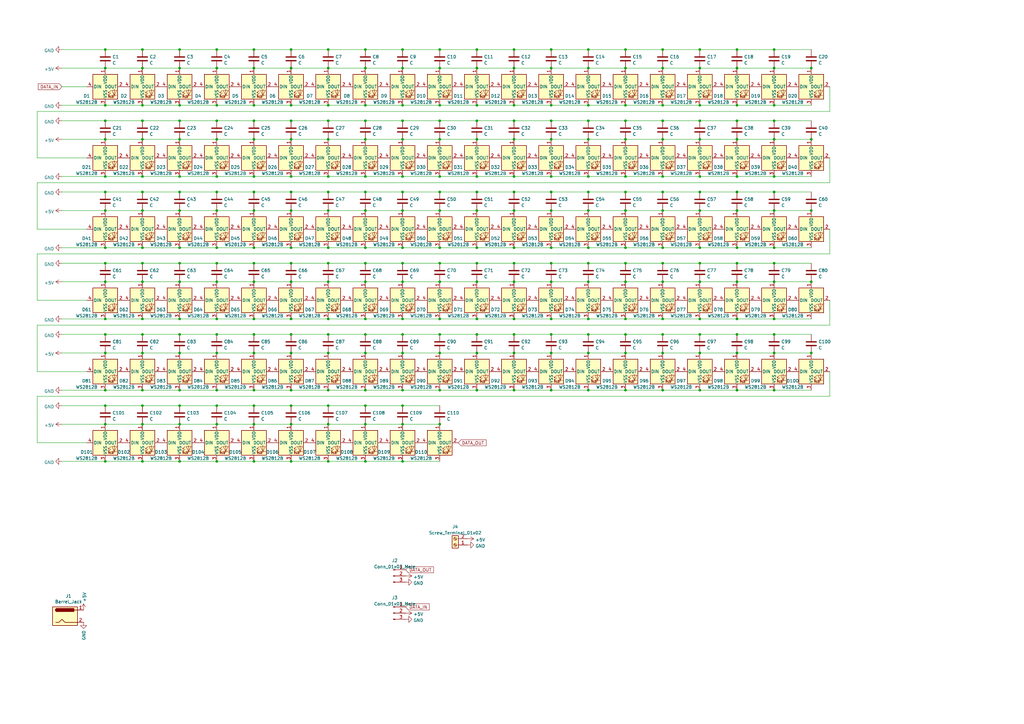
<source format=kicad_sch>
(kicad_sch (version 20211123) (generator eeschema)
  (paper "A3")
  (junction (at 119.38 27.94))
  (junction (at 317.5 86.36))
  (junction (at 180.34 144.78))
  (junction (at 165.1 115.57))
  (junction (at 180.34 107.95))
  (junction (at 302.26 86.36))
  (junction (at 226.06 43.18))
  (junction (at 271.78 20.32))
  (junction (at 302.26 137.16))
  (junction (at 58.42 160.02))
  (junction (at 73.66 144.78))
  (junction (at 149.86 189.23))
  (junction (at 180.34 101.6))
  (junction (at 195.58 115.57))
  (junction (at 73.66 20.32))
  (junction (at 43.18 173.99))
  (junction (at 271.78 115.57))
  (junction (at 226.06 57.15))
  (junction (at 104.14 189.23))
  (junction (at 256.54 49.53))
  (junction (at 88.9 101.6))
  (junction (at 256.54 72.39))
  (junction (at 88.9 107.95))
  (junction (at 43.18 144.78))
  (junction (at 149.86 86.36))
  (junction (at 149.86 137.16))
  (junction (at 88.9 20.32))
  (junction (at 165.1 57.15))
  (junction (at 180.34 49.53))
  (junction (at 88.9 166.37))
  (junction (at 149.86 49.53))
  (junction (at 317.5 130.81))
  (junction (at 119.38 101.6))
  (junction (at 210.82 78.74))
  (junction (at 43.18 101.6))
  (junction (at 241.3 130.81))
  (junction (at 226.06 72.39))
  (junction (at 104.14 166.37))
  (junction (at 73.66 101.6))
  (junction (at 302.26 130.81))
  (junction (at 43.18 43.18))
  (junction (at 104.14 27.94))
  (junction (at 195.58 130.81))
  (junction (at 302.26 144.78))
  (junction (at 88.9 189.23))
  (junction (at 88.9 86.36))
  (junction (at 134.62 43.18))
  (junction (at 149.86 27.94))
  (junction (at 317.5 160.02))
  (junction (at 104.14 173.99))
  (junction (at 195.58 107.95))
  (junction (at 241.3 20.32))
  (junction (at 73.66 115.57))
  (junction (at 180.34 27.94))
  (junction (at 226.06 27.94))
  (junction (at 58.42 49.53))
  (junction (at 58.42 86.36))
  (junction (at 58.42 72.39))
  (junction (at 256.54 43.18))
  (junction (at 104.14 43.18))
  (junction (at 226.06 107.95))
  (junction (at 58.42 57.15))
  (junction (at 317.5 27.94))
  (junction (at 119.38 43.18))
  (junction (at 287.02 130.81))
  (junction (at 241.3 107.95))
  (junction (at 226.06 115.57))
  (junction (at 134.62 86.36))
  (junction (at 104.14 20.32))
  (junction (at 88.9 144.78))
  (junction (at 195.58 27.94))
  (junction (at 241.3 78.74))
  (junction (at 302.26 72.39))
  (junction (at 119.38 166.37))
  (junction (at 104.14 130.81))
  (junction (at 287.02 137.16))
  (junction (at 119.38 20.32))
  (junction (at 43.18 137.16))
  (junction (at 287.02 72.39))
  (junction (at 271.78 160.02))
  (junction (at 73.66 189.23))
  (junction (at 317.5 115.57))
  (junction (at 43.18 86.36))
  (junction (at 149.86 43.18))
  (junction (at 271.78 86.36))
  (junction (at 332.74 27.94))
  (junction (at 256.54 86.36))
  (junction (at 165.1 86.36))
  (junction (at 317.5 20.32))
  (junction (at 58.42 130.81))
  (junction (at 165.1 72.39))
  (junction (at 195.58 57.15))
  (junction (at 271.78 78.74))
  (junction (at 271.78 43.18))
  (junction (at 149.86 78.74))
  (junction (at 58.42 137.16))
  (junction (at 134.62 20.32))
  (junction (at 241.3 101.6))
  (junction (at 210.82 144.78))
  (junction (at 256.54 78.74))
  (junction (at 180.34 115.57))
  (junction (at 165.1 137.16))
  (junction (at 165.1 78.74))
  (junction (at 149.86 144.78))
  (junction (at 180.34 72.39))
  (junction (at 73.66 107.95))
  (junction (at 165.1 130.81))
  (junction (at 165.1 173.99))
  (junction (at 43.18 49.53))
  (junction (at 287.02 57.15))
  (junction (at 149.86 160.02))
  (junction (at 210.82 20.32))
  (junction (at 271.78 49.53))
  (junction (at 88.9 57.15))
  (junction (at 165.1 43.18))
  (junction (at 241.3 49.53))
  (junction (at 149.86 166.37))
  (junction (at 271.78 101.6))
  (junction (at 302.26 57.15))
  (junction (at 43.18 72.39))
  (junction (at 119.38 107.95))
  (junction (at 210.82 130.81))
  (junction (at 180.34 43.18))
  (junction (at 58.42 43.18))
  (junction (at 104.14 57.15))
  (junction (at 210.82 27.94))
  (junction (at 104.14 78.74))
  (junction (at 302.26 43.18))
  (junction (at 165.1 189.23))
  (junction (at 287.02 78.74))
  (junction (at 104.14 72.39))
  (junction (at 302.26 115.57))
  (junction (at 180.34 86.36))
  (junction (at 287.02 20.32))
  (junction (at 226.06 144.78))
  (junction (at 195.58 20.32))
  (junction (at 165.1 166.37))
  (junction (at 73.66 173.99))
  (junction (at 119.38 189.23))
  (junction (at 58.42 78.74))
  (junction (at 119.38 78.74))
  (junction (at 43.18 189.23))
  (junction (at 104.14 86.36))
  (junction (at 271.78 72.39))
  (junction (at 210.82 160.02))
  (junction (at 134.62 144.78))
  (junction (at 195.58 86.36))
  (junction (at 287.02 43.18))
  (junction (at 58.42 144.78))
  (junction (at 226.06 78.74))
  (junction (at 271.78 107.95))
  (junction (at 43.18 166.37))
  (junction (at 226.06 101.6))
  (junction (at 165.1 20.32))
  (junction (at 195.58 101.6))
  (junction (at 88.9 49.53))
  (junction (at 226.06 20.32))
  (junction (at 210.82 72.39))
  (junction (at 256.54 137.16))
  (junction (at 88.9 72.39))
  (junction (at 210.82 115.57))
  (junction (at 195.58 49.53))
  (junction (at 134.62 130.81))
  (junction (at 256.54 57.15))
  (junction (at 88.9 115.57))
  (junction (at 241.3 144.78))
  (junction (at 134.62 72.39))
  (junction (at 287.02 115.57))
  (junction (at 317.5 43.18))
  (junction (at 302.26 78.74))
  (junction (at 73.66 130.81))
  (junction (at 256.54 27.94))
  (junction (at 134.62 57.15))
  (junction (at 119.38 160.02))
  (junction (at 241.3 86.36))
  (junction (at 134.62 189.23))
  (junction (at 287.02 160.02))
  (junction (at 302.26 49.53))
  (junction (at 195.58 72.39))
  (junction (at 241.3 57.15))
  (junction (at 119.38 115.57))
  (junction (at 134.62 137.16))
  (junction (at 134.62 49.53))
  (junction (at 180.34 130.81))
  (junction (at 104.14 115.57))
  (junction (at 73.66 160.02))
  (junction (at 88.9 130.81))
  (junction (at 134.62 78.74))
  (junction (at 180.34 78.74))
  (junction (at 149.86 20.32))
  (junction (at 104.14 49.53))
  (junction (at 134.62 107.95))
  (junction (at 58.42 166.37))
  (junction (at 241.3 160.02))
  (junction (at 195.58 160.02))
  (junction (at 165.1 160.02))
  (junction (at 73.66 43.18))
  (junction (at 302.26 107.95))
  (junction (at 287.02 27.94))
  (junction (at 58.42 27.94))
  (junction (at 317.5 78.74))
  (junction (at 73.66 27.94))
  (junction (at 210.82 57.15))
  (junction (at 226.06 49.53))
  (junction (at 287.02 107.95))
  (junction (at 73.66 49.53))
  (junction (at 241.3 115.57))
  (junction (at 180.34 160.02))
  (junction (at 241.3 72.39))
  (junction (at 149.86 101.6))
  (junction (at 165.1 49.53))
  (junction (at 43.18 27.94))
  (junction (at 271.78 144.78))
  (junction (at 332.74 86.36))
  (junction (at 43.18 130.81))
  (junction (at 104.14 160.02))
  (junction (at 119.38 72.39))
  (junction (at 149.86 107.95))
  (junction (at 165.1 144.78))
  (junction (at 195.58 137.16))
  (junction (at 43.18 115.57))
  (junction (at 43.18 78.74))
  (junction (at 134.62 101.6))
  (junction (at 271.78 57.15))
  (junction (at 149.86 72.39))
  (junction (at 287.02 86.36))
  (junction (at 180.34 57.15))
  (junction (at 226.06 86.36))
  (junction (at 88.9 43.18))
  (junction (at 210.82 107.95))
  (junction (at 317.5 137.16))
  (junction (at 134.62 166.37))
  (junction (at 73.66 78.74))
  (junction (at 134.62 173.99))
  (junction (at 226.06 137.16))
  (junction (at 165.1 107.95))
  (junction (at 119.38 86.36))
  (junction (at 195.58 43.18))
  (junction (at 104.14 107.95))
  (junction (at 195.58 144.78))
  (junction (at 226.06 130.81))
  (junction (at 88.9 160.02))
  (junction (at 58.42 189.23))
  (junction (at 119.38 144.78))
  (junction (at 210.82 86.36))
  (junction (at 195.58 78.74))
  (junction (at 317.5 57.15))
  (junction (at 134.62 115.57))
  (junction (at 256.54 130.81))
  (junction (at 317.5 101.6))
  (junction (at 43.18 20.32))
  (junction (at 256.54 101.6))
  (junction (at 73.66 57.15))
  (junction (at 88.9 78.74))
  (junction (at 58.42 20.32))
  (junction (at 210.82 101.6))
  (junction (at 256.54 160.02))
  (junction (at 302.26 27.94))
  (junction (at 43.18 160.02))
  (junction (at 73.66 86.36))
  (junction (at 332.74 144.78))
  (junction (at 165.1 27.94))
  (junction (at 104.14 137.16))
  (junction (at 226.06 160.02))
  (junction (at 119.38 130.81))
  (junction (at 149.86 173.99))
  (junction (at 104.14 144.78))
  (junction (at 73.66 137.16))
  (junction (at 43.18 107.95))
  (junction (at 256.54 20.32))
  (junction (at 149.86 115.57))
  (junction (at 317.5 49.53))
  (junction (at 88.9 137.16))
  (junction (at 119.38 57.15))
  (junction (at 256.54 144.78))
  (junction (at 241.3 43.18))
  (junction (at 210.82 43.18))
  (junction (at 180.34 173.99))
  (junction (at 43.18 57.15))
  (junction (at 302.26 20.32))
  (junction (at 88.9 173.99))
  (junction (at 165.1 101.6))
  (junction (at 241.3 27.94))
  (junction (at 58.42 107.95))
  (junction (at 134.62 160.02))
  (junction (at 287.02 49.53))
  (junction (at 119.38 137.16))
  (junction (at 180.34 20.32))
  (junction (at 210.82 49.53))
  (junction (at 271.78 27.94))
  (junction (at 58.42 101.6))
  (junction (at 332.74 57.15))
  (junction (at 104.14 101.6))
  (junction (at 119.38 173.99))
  (junction (at 271.78 137.16))
  (junction (at 149.86 130.81))
  (junction (at 58.42 173.99))
  (junction (at 271.78 130.81))
  (junction (at 302.26 160.02))
  (junction (at 256.54 115.57))
  (junction (at 210.82 137.16))
  (junction (at 180.34 137.16))
  (junction (at 256.54 107.95))
  (junction (at 88.9 27.94))
  (junction (at 119.38 49.53))
  (junction (at 287.02 144.78))
  (junction (at 58.42 115.57))
  (junction (at 241.3 137.16))
  (junction (at 73.66 166.37))
  (junction (at 73.66 72.39))
  (junction (at 317.5 72.39))
  (junction (at 134.62 27.94))
  (junction (at 149.86 57.15))
  (junction (at 317.5 107.95))
  (junction (at 302.26 101.6))
  (junction (at 287.02 101.6))
  (junction (at 332.74 115.57))
  (junction (at 317.5 144.78))
  (wire (pts (xy 210.82 43.18) (xy 226.06 43.18)))
  (wire (pts (xy 302.26 115.57) (xy 317.5 115.57)))
  (wire (pts (xy 241.3 130.81) (xy 256.54 130.81)))
  (wire (pts (xy 241.3 101.6) (xy 256.54 101.6)))
  (wire (pts (xy 134.62 115.57) (xy 149.86 115.57)))
  (wire (pts (xy 195.58 72.39) (xy 210.82 72.39)))
  (wire (pts (xy 340.36 74.93) (xy 15.24 74.93)))
  (wire (pts (xy 73.66 20.32) (xy 88.9 20.32)))
  (wire (pts (xy 195.58 130.81) (xy 210.82 130.81)))
  (wire (pts (xy 119.38 101.6) (xy 134.62 101.6)))
  (wire (pts (xy 287.02 57.15) (xy 302.26 57.15)))
  (wire (pts (xy 241.3 78.74) (xy 256.54 78.74)))
  (wire (pts (xy 241.3 144.78) (xy 256.54 144.78)))
  (wire (pts (xy 134.62 27.94) (xy 149.86 27.94)))
  (wire (pts (xy 134.62 49.53) (xy 149.86 49.53)))
  (wire (pts (xy 317.5 144.78) (xy 332.74 144.78)))
  (wire (pts (xy 119.38 43.18) (xy 134.62 43.18)))
  (wire (pts (xy 210.82 86.36) (xy 226.06 86.36)))
  (wire (pts (xy 317.5 115.57) (xy 332.74 115.57)))
  (wire (pts (xy 241.3 49.53) (xy 256.54 49.53)))
  (wire (pts (xy 302.26 144.78) (xy 317.5 144.78)))
  (wire (pts (xy 226.06 137.16) (xy 241.3 137.16)))
  (wire (pts (xy 58.42 78.74) (xy 73.66 78.74)))
  (wire (pts (xy 25.4 86.36) (xy 43.18 86.36)))
  (wire (pts (xy 226.06 20.32) (xy 241.3 20.32)))
  (wire (pts (xy 317.5 57.15) (xy 332.74 57.15)))
  (wire (pts (xy 302.26 78.74) (xy 317.5 78.74)))
  (wire (pts (xy 15.24 152.4) (xy 35.56 152.4)))
  (wire (pts (xy 302.26 57.15) (xy 317.5 57.15)))
  (wire (pts (xy 165.1 166.37) (xy 180.34 166.37)))
  (wire (pts (xy 340.36 123.19) (xy 340.36 133.35)))
  (wire (pts (xy 58.42 49.53) (xy 73.66 49.53)))
  (wire (pts (xy 317.5 27.94) (xy 332.74 27.94)))
  (wire (pts (xy 58.42 107.95) (xy 73.66 107.95)))
  (wire (pts (xy 271.78 57.15) (xy 287.02 57.15)))
  (wire (pts (xy 226.06 160.02) (xy 241.3 160.02)))
  (wire (pts (xy 317.5 107.95) (xy 332.74 107.95)))
  (wire (pts (xy 134.62 20.32) (xy 149.86 20.32)))
  (wire (pts (xy 340.36 162.56) (xy 15.24 162.56)))
  (wire (pts (xy 88.9 107.95) (xy 104.14 107.95)))
  (wire (pts (xy 180.34 101.6) (xy 195.58 101.6)))
  (wire (pts (xy 73.66 57.15) (xy 88.9 57.15)))
  (wire (pts (xy 256.54 160.02) (xy 271.78 160.02)))
  (wire (pts (xy 119.38 137.16) (xy 134.62 137.16)))
  (wire (pts (xy 104.14 78.74) (xy 119.38 78.74)))
  (wire (pts (xy 271.78 144.78) (xy 287.02 144.78)))
  (wire (pts (xy 340.36 104.14) (xy 15.24 104.14)))
  (wire (pts (xy 25.4 160.02) (xy 43.18 160.02)))
  (wire (pts (xy 149.86 130.81) (xy 165.1 130.81)))
  (wire (pts (xy 25.4 166.37) (xy 43.18 166.37)))
  (wire (pts (xy 195.58 49.53) (xy 210.82 49.53)))
  (wire (pts (xy 317.5 49.53) (xy 332.74 49.53)))
  (wire (pts (xy 119.38 107.95) (xy 134.62 107.95)))
  (wire (pts (xy 210.82 107.95) (xy 226.06 107.95)))
  (wire (pts (xy 340.36 45.72) (xy 15.24 45.72)))
  (wire (pts (xy 134.62 137.16) (xy 149.86 137.16)))
  (wire (pts (xy 149.86 43.18) (xy 165.1 43.18)))
  (wire (pts (xy 226.06 43.18) (xy 241.3 43.18)))
  (wire (pts (xy 119.38 86.36) (xy 134.62 86.36)))
  (wire (pts (xy 73.66 86.36) (xy 88.9 86.36)))
  (wire (pts (xy 210.82 72.39) (xy 226.06 72.39)))
  (wire (pts (xy 149.86 57.15) (xy 165.1 57.15)))
  (wire (pts (xy 210.82 160.02) (xy 226.06 160.02)))
  (wire (pts (xy 88.9 57.15) (xy 104.14 57.15)))
  (wire (pts (xy 180.34 130.81) (xy 195.58 130.81)))
  (wire (pts (xy 226.06 86.36) (xy 241.3 86.36)))
  (wire (pts (xy 256.54 78.74) (xy 271.78 78.74)))
  (wire (pts (xy 226.06 27.94) (xy 241.3 27.94)))
  (wire (pts (xy 271.78 107.95) (xy 287.02 107.95)))
  (wire (pts (xy 43.18 166.37) (xy 58.42 166.37)))
  (wire (pts (xy 134.62 107.95) (xy 149.86 107.95)))
  (wire (pts (xy 73.66 78.74) (xy 88.9 78.74)))
  (wire (pts (xy 104.14 101.6) (xy 119.38 101.6)))
  (wire (pts (xy 302.26 130.81) (xy 317.5 130.81)))
  (wire (pts (xy 88.9 86.36) (xy 104.14 86.36)))
  (wire (pts (xy 25.4 189.23) (xy 43.18 189.23)))
  (wire (pts (xy 149.86 107.95) (xy 165.1 107.95)))
  (wire (pts (xy 104.14 160.02) (xy 119.38 160.02)))
  (wire (pts (xy 73.66 107.95) (xy 88.9 107.95)))
  (wire (pts (xy 241.3 43.18) (xy 256.54 43.18)))
  (wire (pts (xy 88.9 101.6) (xy 104.14 101.6)))
  (wire (pts (xy 134.62 57.15) (xy 149.86 57.15)))
  (wire (pts (xy 149.86 173.99) (xy 165.1 173.99)))
  (wire (pts (xy 58.42 160.02) (xy 73.66 160.02)))
  (wire (pts (xy 43.18 107.95) (xy 58.42 107.95)))
  (wire (pts (xy 43.18 144.78) (xy 58.42 144.78)))
  (wire (pts (xy 195.58 144.78) (xy 210.82 144.78)))
  (wire (pts (xy 88.9 160.02) (xy 104.14 160.02)))
  (wire (pts (xy 58.42 173.99) (xy 73.66 173.99)))
  (wire (pts (xy 58.42 101.6) (xy 73.66 101.6)))
  (wire (pts (xy 119.38 189.23) (xy 134.62 189.23)))
  (wire (pts (xy 25.4 49.53) (xy 43.18 49.53)))
  (wire (pts (xy 25.4 43.18) (xy 43.18 43.18)))
  (wire (pts (xy 271.78 72.39) (xy 287.02 72.39)))
  (wire (pts (xy 134.62 144.78) (xy 149.86 144.78)))
  (wire (pts (xy 195.58 78.74) (xy 210.82 78.74)))
  (wire (pts (xy 210.82 130.81) (xy 226.06 130.81)))
  (wire (pts (xy 88.9 27.94) (xy 104.14 27.94)))
  (wire (pts (xy 302.26 137.16) (xy 317.5 137.16)))
  (wire (pts (xy 287.02 43.18) (xy 302.26 43.18)))
  (wire (pts (xy 88.9 78.74) (xy 104.14 78.74)))
  (wire (pts (xy 119.38 57.15) (xy 134.62 57.15)))
  (wire (pts (xy 195.58 101.6) (xy 210.82 101.6)))
  (wire (pts (xy 25.4 173.99) (xy 43.18 173.99)))
  (wire (pts (xy 58.42 43.18) (xy 73.66 43.18)))
  (wire (pts (xy 134.62 78.74) (xy 149.86 78.74)))
  (wire (pts (xy 73.66 144.78) (xy 88.9 144.78)))
  (wire (pts (xy 73.66 130.81) (xy 88.9 130.81)))
  (wire (pts (xy 226.06 78.74) (xy 241.3 78.74)))
  (wire (pts (xy 165.1 101.6) (xy 180.34 101.6)))
  (wire (pts (xy 58.42 144.78) (xy 73.66 144.78)))
  (wire (pts (xy 180.34 115.57) (xy 195.58 115.57)))
  (wire (pts (xy 195.58 115.57) (xy 210.82 115.57)))
  (wire (pts (xy 149.86 27.94) (xy 165.1 27.94)))
  (wire (pts (xy 104.14 137.16) (xy 119.38 137.16)))
  (wire (pts (xy 104.14 115.57) (xy 119.38 115.57)))
  (wire (pts (xy 271.78 27.94) (xy 287.02 27.94)))
  (wire (pts (xy 340.36 93.98) (xy 340.36 104.14)))
  (wire (pts (xy 256.54 27.94) (xy 271.78 27.94)))
  (wire (pts (xy 165.1 115.57) (xy 180.34 115.57)))
  (wire (pts (xy 180.34 107.95) (xy 195.58 107.95)))
  (wire (pts (xy 165.1 160.02) (xy 180.34 160.02)))
  (wire (pts (xy 180.34 86.36) (xy 195.58 86.36)))
  (wire (pts (xy 134.62 86.36) (xy 149.86 86.36)))
  (wire (pts (xy 195.58 107.95) (xy 210.82 107.95)))
  (wire (pts (xy 88.9 43.18) (xy 104.14 43.18)))
  (wire (pts (xy 73.66 27.94) (xy 88.9 27.94)))
  (wire (pts (xy 134.62 72.39) (xy 149.86 72.39)))
  (wire (pts (xy 195.58 20.32) (xy 210.82 20.32)))
  (wire (pts (xy 317.5 137.16) (xy 332.74 137.16)))
  (wire (pts (xy 165.1 43.18) (xy 180.34 43.18)))
  (wire (pts (xy 165.1 20.32) (xy 180.34 20.32)))
  (wire (pts (xy 43.18 43.18) (xy 58.42 43.18)))
  (wire (pts (xy 210.82 57.15) (xy 226.06 57.15)))
  (wire (pts (xy 104.14 86.36) (xy 119.38 86.36)))
  (wire (pts (xy 104.14 189.23) (xy 119.38 189.23)))
  (wire (pts (xy 104.14 166.37) (xy 119.38 166.37)))
  (wire (pts (xy 119.38 173.99) (xy 134.62 173.99)))
  (wire (pts (xy 15.24 123.19) (xy 35.56 123.19)))
  (wire (pts (xy 134.62 130.81) (xy 149.86 130.81)))
  (wire (pts (xy 317.5 43.18) (xy 332.74 43.18)))
  (wire (pts (xy 165.1 144.78) (xy 180.34 144.78)))
  (wire (pts (xy 241.3 27.94) (xy 256.54 27.94)))
  (wire (pts (xy 210.82 144.78) (xy 226.06 144.78)))
  (wire (pts (xy 25.4 57.15) (xy 43.18 57.15)))
  (wire (pts (xy 25.4 144.78) (xy 43.18 144.78)))
  (wire (pts (xy 287.02 160.02) (xy 302.26 160.02)))
  (wire (pts (xy 256.54 101.6) (xy 271.78 101.6)))
  (wire (pts (xy 271.78 137.16) (xy 287.02 137.16)))
  (wire (pts (xy 88.9 72.39) (xy 104.14 72.39)))
  (wire (pts (xy 43.18 78.74) (xy 58.42 78.74)))
  (wire (pts (xy 271.78 43.18) (xy 287.02 43.18)))
  (wire (pts (xy 302.26 43.18) (xy 317.5 43.18)))
  (wire (pts (xy 317.5 78.74) (xy 332.74 78.74)))
  (wire (pts (xy 210.82 101.6) (xy 226.06 101.6)))
  (wire (pts (xy 119.38 144.78) (xy 134.62 144.78)))
  (wire (pts (xy 104.14 72.39) (xy 119.38 72.39)))
  (wire (pts (xy 241.3 115.57) (xy 256.54 115.57)))
  (wire (pts (xy 15.24 133.35) (xy 15.24 152.4)))
  (wire (pts (xy 43.18 189.23) (xy 58.42 189.23)))
  (wire (pts (xy 256.54 20.32) (xy 271.78 20.32)))
  (wire (pts (xy 287.02 107.95) (xy 302.26 107.95)))
  (wire (pts (xy 210.82 78.74) (xy 226.06 78.74)))
  (wire (pts (xy 25.4 78.74) (xy 43.18 78.74)))
  (wire (pts (xy 302.26 27.94) (xy 317.5 27.94)))
  (wire (pts (xy 165.1 130.81) (xy 180.34 130.81)))
  (wire (pts (xy 15.24 74.93) (xy 15.24 93.98)))
  (wire (pts (xy 287.02 101.6) (xy 302.26 101.6)))
  (wire (pts (xy 149.86 137.16) (xy 165.1 137.16)))
  (wire (pts (xy 271.78 115.57) (xy 287.02 115.57)))
  (wire (pts (xy 134.62 166.37) (xy 149.86 166.37)))
  (wire (pts (xy 43.18 49.53) (xy 58.42 49.53)))
  (wire (pts (xy 58.42 86.36) (xy 73.66 86.36)))
  (wire (pts (xy 43.18 115.57) (xy 58.42 115.57)))
  (wire (pts (xy 88.9 130.81) (xy 104.14 130.81)))
  (wire (pts (xy 15.24 93.98) (xy 35.56 93.98)))
  (wire (pts (xy 287.02 86.36) (xy 302.26 86.36)))
  (wire (pts (xy 134.62 101.6) (xy 149.86 101.6)))
  (wire (pts (xy 104.14 107.95) (xy 119.38 107.95)))
  (wire (pts (xy 15.24 64.77) (xy 35.56 64.77)))
  (wire (pts (xy 302.26 107.95) (xy 317.5 107.95)))
  (wire (pts (xy 119.38 72.39) (xy 134.62 72.39)))
  (wire (pts (xy 302.26 72.39) (xy 317.5 72.39)))
  (wire (pts (xy 241.3 57.15) (xy 256.54 57.15)))
  (wire (pts (xy 43.18 57.15) (xy 58.42 57.15)))
  (wire (pts (xy 340.36 35.56) (xy 340.36 45.72)))
  (wire (pts (xy 15.24 45.72) (xy 15.24 64.77)))
  (wire (pts (xy 256.54 86.36) (xy 271.78 86.36)))
  (wire (pts (xy 302.26 160.02) (xy 317.5 160.02)))
  (wire (pts (xy 241.3 72.39) (xy 256.54 72.39)))
  (wire (pts (xy 43.18 101.6) (xy 58.42 101.6)))
  (wire (pts (xy 88.9 137.16) (xy 104.14 137.16)))
  (wire (pts (xy 43.18 86.36) (xy 58.42 86.36)))
  (wire (pts (xy 43.18 72.39) (xy 58.42 72.39)))
  (wire (pts (xy 302.26 49.53) (xy 317.5 49.53)))
  (wire (pts (xy 271.78 86.36) (xy 287.02 86.36)))
  (wire (pts (xy 195.58 160.02) (xy 210.82 160.02)))
  (wire (pts (xy 149.86 166.37) (xy 165.1 166.37)))
  (wire (pts (xy 73.66 189.23) (xy 88.9 189.23)))
  (wire (pts (xy 165.1 57.15) (xy 180.34 57.15)))
  (wire (pts (xy 165.1 173.99) (xy 180.34 173.99)))
  (wire (pts (xy 104.14 144.78) (xy 119.38 144.78)))
  (wire (pts (xy 256.54 137.16) (xy 271.78 137.16)))
  (wire (pts (xy 73.66 166.37) (xy 88.9 166.37)))
  (wire (pts (xy 317.5 20.32) (xy 332.74 20.32)))
  (wire (pts (xy 88.9 173.99) (xy 104.14 173.99)))
  (wire (pts (xy 58.42 20.32) (xy 73.66 20.32)))
  (wire (pts (xy 256.54 43.18) (xy 271.78 43.18)))
  (wire (pts (xy 256.54 107.95) (xy 271.78 107.95)))
  (wire (pts (xy 119.38 27.94) (xy 134.62 27.94)))
  (wire (pts (xy 25.4 137.16) (xy 43.18 137.16)))
  (wire (pts (xy 58.42 166.37) (xy 73.66 166.37)))
  (wire (pts (xy 165.1 27.94) (xy 180.34 27.94)))
  (wire (pts (xy 165.1 189.23) (xy 180.34 189.23)))
  (wire (pts (xy 149.86 101.6) (xy 165.1 101.6)))
  (wire (pts (xy 25.4 107.95) (xy 43.18 107.95)))
  (wire (pts (xy 73.66 173.99) (xy 88.9 173.99)))
  (wire (pts (xy 58.42 57.15) (xy 73.66 57.15)))
  (wire (pts (xy 73.66 160.02) (xy 88.9 160.02)))
  (wire (pts (xy 180.34 137.16) (xy 195.58 137.16)))
  (wire (pts (xy 256.54 144.78) (xy 271.78 144.78)))
  (wire (pts (xy 302.26 101.6) (xy 317.5 101.6)))
  (wire (pts (xy 317.5 86.36) (xy 332.74 86.36)))
  (wire (pts (xy 134.62 189.23) (xy 149.86 189.23)))
  (wire (pts (xy 287.02 115.57) (xy 302.26 115.57)))
  (wire (pts (xy 317.5 160.02) (xy 332.74 160.02)))
  (wire (pts (xy 271.78 130.81) (xy 287.02 130.81)))
  (wire (pts (xy 119.38 115.57) (xy 134.62 115.57)))
  (wire (pts (xy 104.14 130.81) (xy 119.38 130.81)))
  (wire (pts (xy 210.82 49.53) (xy 226.06 49.53)))
  (wire (pts (xy 287.02 27.94) (xy 302.26 27.94)))
  (wire (pts (xy 241.3 20.32) (xy 256.54 20.32)))
  (wire (pts (xy 210.82 137.16) (xy 226.06 137.16)))
  (wire (pts (xy 88.9 189.23) (xy 104.14 189.23)))
  (wire (pts (xy 43.18 27.94) (xy 58.42 27.94)))
  (wire (pts (xy 25.4 27.94) (xy 43.18 27.94)))
  (wire (pts (xy 73.66 72.39) (xy 88.9 72.39)))
  (wire (pts (xy 149.86 115.57) (xy 165.1 115.57)))
  (wire (pts (xy 256.54 57.15) (xy 271.78 57.15)))
  (wire (pts (xy 165.1 72.39) (xy 180.34 72.39)))
  (wire (pts (xy 210.82 20.32) (xy 226.06 20.32)))
  (wire (pts (xy 256.54 130.81) (xy 271.78 130.81)))
  (wire (pts (xy 104.14 173.99) (xy 119.38 173.99)))
  (wire (pts (xy 58.42 115.57) (xy 73.66 115.57)))
  (wire (pts (xy 104.14 57.15) (xy 119.38 57.15)))
  (wire (pts (xy 287.02 130.81) (xy 302.26 130.81)))
  (wire (pts (xy 15.24 104.14) (xy 15.24 123.19)))
  (wire (pts (xy 226.06 72.39) (xy 241.3 72.39)))
  (wire (pts (xy 25.4 101.6) (xy 43.18 101.6)))
  (wire (pts (xy 226.06 107.95) (xy 241.3 107.95)))
  (wire (pts (xy 180.34 20.32) (xy 195.58 20.32)))
  (wire (pts (xy 104.14 43.18) (xy 119.38 43.18)))
  (wire (pts (xy 241.3 107.95) (xy 256.54 107.95)))
  (wire (pts (xy 165.1 86.36) (xy 180.34 86.36)))
  (wire (pts (xy 241.3 86.36) (xy 256.54 86.36)))
  (wire (pts (xy 210.82 115.57) (xy 226.06 115.57)))
  (wire (pts (xy 25.4 115.57) (xy 43.18 115.57)))
  (wire (pts (xy 271.78 160.02) (xy 287.02 160.02)))
  (wire (pts (xy 15.24 162.56) (xy 15.24 181.61)))
  (wire (pts (xy 195.58 57.15) (xy 210.82 57.15)))
  (wire (pts (xy 287.02 144.78) (xy 302.26 144.78)))
  (wire (pts (xy 119.38 160.02) (xy 134.62 160.02)))
  (wire (pts (xy 104.14 20.32) (xy 119.38 20.32)))
  (wire (pts (xy 58.42 130.81) (xy 73.66 130.81)))
  (wire (pts (xy 88.9 49.53) (xy 104.14 49.53)))
  (wire (pts (xy 73.66 137.16) (xy 88.9 137.16)))
  (wire (pts (xy 149.86 20.32) (xy 165.1 20.32)))
  (wire (pts (xy 165.1 78.74) (xy 180.34 78.74)))
  (wire (pts (xy 287.02 20.32) (xy 302.26 20.32)))
  (wire (pts (xy 271.78 101.6) (xy 287.02 101.6)))
  (wire (pts (xy 73.66 115.57) (xy 88.9 115.57)))
  (wire (pts (xy 287.02 49.53) (xy 302.26 49.53)))
  (wire (pts (xy 287.02 137.16) (xy 302.26 137.16)))
  (wire (pts (xy 88.9 20.32) (xy 104.14 20.32)))
  (wire (pts (xy 271.78 49.53) (xy 287.02 49.53)))
  (wire (pts (xy 149.86 78.74) (xy 165.1 78.74)))
  (wire (pts (xy 88.9 166.37) (xy 104.14 166.37)))
  (wire (pts (xy 180.34 43.18) (xy 195.58 43.18)))
  (wire (pts (xy 180.34 72.39) (xy 195.58 72.39)))
  (wire (pts (xy 119.38 78.74) (xy 134.62 78.74)))
  (wire (pts (xy 149.86 86.36) (xy 165.1 86.36)))
  (wire (pts (xy 43.18 137.16) (xy 58.42 137.16)))
  (wire (pts (xy 210.82 27.94) (xy 226.06 27.94)))
  (wire (pts (xy 25.4 72.39) (xy 43.18 72.39)))
  (wire (pts (xy 73.66 101.6) (xy 88.9 101.6)))
  (wire (pts (xy 88.9 115.57) (xy 104.14 115.57)))
  (wire (pts (xy 226.06 144.78) (xy 241.3 144.78)))
  (wire (pts (xy 88.9 144.78) (xy 104.14 144.78)))
  (wire (pts (xy 25.4 130.81) (xy 43.18 130.81)))
  (wire (pts (xy 43.18 130.81) (xy 58.42 130.81)))
  (wire (pts (xy 149.86 49.53) (xy 165.1 49.53)))
  (wire (pts (xy 195.58 43.18) (xy 210.82 43.18)))
  (wire (pts (xy 165.1 107.95) (xy 180.34 107.95)))
  (wire (pts (xy 73.66 43.18) (xy 88.9 43.18)))
  (wire (pts (xy 149.86 189.23) (xy 165.1 189.23)))
  (wire (pts (xy 73.66 49.53) (xy 88.9 49.53)))
  (wire (pts (xy 165.1 137.16) (xy 180.34 137.16)))
  (wire (pts (xy 149.86 144.78) (xy 165.1 144.78)))
  (wire (pts (xy 134.62 160.02) (xy 149.86 160.02)))
  (wire (pts (xy 241.3 160.02) (xy 256.54 160.02)))
  (wire (pts (xy 119.38 20.32) (xy 134.62 20.32)))
  (wire (pts (xy 134.62 173.99) (xy 149.86 173.99)))
  (wire (pts (xy 226.06 101.6) (xy 241.3 101.6)))
  (wire (pts (xy 340.36 133.35) (xy 15.24 133.35)))
  (wire (pts (xy 317.5 72.39) (xy 332.74 72.39)))
  (wire (pts (xy 104.14 27.94) (xy 119.38 27.94)))
  (wire (pts (xy 180.34 160.02) (xy 195.58 160.02)))
  (wire (pts (xy 119.38 166.37) (xy 134.62 166.37)))
  (wire (pts (xy 340.36 64.77) (xy 340.36 74.93)))
  (wire (pts (xy 226.06 130.81) (xy 241.3 130.81)))
  (wire (pts (xy 25.4 35.56) (xy 35.56 35.56)))
  (wire (pts (xy 195.58 86.36) (xy 210.82 86.36)))
  (wire (pts (xy 317.5 101.6) (xy 332.74 101.6)))
  (wire (pts (xy 134.62 43.18) (xy 149.86 43.18)))
  (wire (pts (xy 180.34 49.53) (xy 195.58 49.53)))
  (wire (pts (xy 195.58 27.94) (xy 210.82 27.94)))
  (wire (pts (xy 195.58 137.16) (xy 210.82 137.16)))
  (wire (pts (xy 119.38 49.53) (xy 134.62 49.53)))
  (wire (pts (xy 15.24 181.61) (xy 35.56 181.61)))
  (wire (pts (xy 58.42 137.16) (xy 73.66 137.16)))
  (wire (pts (xy 340.36 152.4) (xy 340.36 162.56)))
  (wire (pts (xy 256.54 49.53) (xy 271.78 49.53)))
  (wire (pts (xy 241.3 137.16) (xy 256.54 137.16)))
  (wire (pts (xy 25.4 20.32) (xy 43.18 20.32)))
  (wire (pts (xy 302.26 86.36) (xy 317.5 86.36)))
  (wire (pts (xy 180.34 78.74) (xy 195.58 78.74)))
  (wire (pts (xy 226.06 57.15) (xy 241.3 57.15)))
  (wire (pts (xy 317.5 130.81) (xy 332.74 130.81)))
  (wire (pts (xy 256.54 72.39) (xy 271.78 72.39)))
  (wire (pts (xy 149.86 72.39) (xy 165.1 72.39)))
  (wire (pts (xy 271.78 20.32) (xy 287.02 20.32)))
  (wire (pts (xy 180.34 57.15) (xy 195.58 57.15)))
  (wire (pts (xy 149.86 160.02) (xy 165.1 160.02)))
  (wire (pts (xy 180.34 144.78) (xy 195.58 144.78)))
  (wire (pts (xy 256.54 115.57) (xy 271.78 115.57)))
  (wire (pts (xy 43.18 20.32) (xy 58.42 20.32)))
  (wire (pts (xy 287.02 78.74) (xy 302.26 78.74)))
  (wire (pts (xy 43.18 160.02) (xy 58.42 160.02)))
  (wire (pts (xy 58.42 189.23) (xy 73.66 189.23)))
  (wire (pts (xy 58.42 27.94) (xy 73.66 27.94)))
  (wire (pts (xy 43.18 173.99) (xy 58.42 173.99)))
  (wire (pts (xy 58.42 72.39) (xy 73.66 72.39)))
  (wire (pts (xy 302.26 20.32) (xy 317.5 20.32)))
  (wire (pts (xy 226.06 115.57) (xy 241.3 115.57)))
  (wire (pts (xy 104.14 49.53) (xy 119.38 49.53)))
  (wire (pts (xy 180.34 27.94) (xy 195.58 27.94)))
  (wire (pts (xy 119.38 130.81) (xy 134.62 130.81)))
  (wire (pts (xy 226.06 49.53) (xy 241.3 49.53)))
  (wire (pts (xy 287.02 72.39) (xy 302.26 72.39)))
  (wire (pts (xy 271.78 78.74) (xy 287.02 78.74)))
  (wire (pts (xy 165.1 49.53) (xy 180.34 49.53)))
  (global_label "DATA_IN" (shape input) (at 25.4 35.56 180) (property "Intersheet References" "${INTERSHEET_REFS}" (effects hide)))
  (global_label "DATA_OUT" (shape input) (at 187.96 181.61 0) (property "Intersheet References" "${INTERSHEET_REFS}" (effects hide)))
  (global_label "DATA_IN" (shape input) (at 166.37 248.92 0) (property "Intersheet References" "${INTERSHEET_REFS}" (effects hide)))
  (global_label "DATA_OUT" (shape input) (at 166.37 233.68 0) (property "Intersheet References" "${INTERSHEET_REFS}" (effects hide)))
  (symbol (lib_id "LED:WS2812B") (at 43.18 181.61 0) (unit 1)
    (property "Reference" "D101" (at 35.56 185.42 0))
    (property "Value" "WS2812B" (at 35.56 187.96 0))
    (property "Footprint" "LED_SMD:LED_WS2812B_PLCC4_5.0x5.0mm_P3.2mm" (effects hide))
    (property "Datasheet" "https://cdn-shop.adafruit.com/datasheets/WS2812B.pdf" (effects hide))
  )
  (symbol (lib_id "LED:WS2812B") (at 226.06 64.77 0) (unit 1)
    (property "Reference" "D33" (at 218.44 68.58 0))
    (property "Value" "WS2812B" (at 218.44 71.12 0))
    (property "Footprint" "LED_SMD:LED_WS2812B_PLCC4_5.0x5.0mm_P3.2mm" (effects hide))
    (property "Datasheet" "https://cdn-shop.adafruit.com/datasheets/WS2812B.pdf" (effects hide))
  )
  (symbol (lib_id "power:+5V") (at 166.37 251.46 270) (unit 1)
    (property "Reference" "#PWR0101" (effects hide))
    (property "Value" "+5V" (at 169.545 251.8938 90) (effects (justify left)))
  )
  (symbol (lib_id "Device:C") (at 43.18 24.13 0) (unit 1)
    (property "Reference" "C1" (at 46.101 23.2953 0) (effects (justify left)))
    (property "Value" "C" (at 46.101 25.8322 0) (effects (justify left)))
    (property "Footprint" "Capacitor_SMD:C_0805_2012Metric_Pad1.18x1.45mm_HandSolder" (effects hide))
  )
  (symbol (lib_id "LED:WS2812B") (at 165.1 35.56 0) (unit 1)
    (property "Reference" "D9" (at 157.48 39.37 0))
    (property "Value" "WS2812B" (at 157.48 41.91 0))
    (property "Footprint" "LED_SMD:LED_WS2812B_PLCC4_5.0x5.0mm_P3.2mm" (effects hide))
    (property "Datasheet" "https://cdn-shop.adafruit.com/datasheets/WS2812B.pdf" (effects hide))
  )
  (symbol (lib_id "Device:C") (at 287.02 140.97 0) (unit 1)
    (property "Reference" "C97" (at 289.941 140.1353 0) (effects (justify left)))
    (property "Value" "C" (at 289.941 142.6722 0) (effects (justify left)))
    (property "Footprint" "Capacitor_SMD:C_0805_2012Metric_Pad1.18x1.45mm_HandSolder" (effects hide))
  )
  (symbol (lib_id "Device:C") (at 149.86 24.13 0) (unit 1)
    (property "Reference" "C8" (at 152.781 23.2953 0) (effects (justify left)))
    (property "Value" "C" (at 152.781 25.8322 0) (effects (justify left)))
    (property "Footprint" "Capacitor_SMD:C_0805_2012Metric_Pad1.18x1.45mm_HandSolder" (effects hide))
  )
  (symbol (lib_id "Device:C") (at 317.5 53.34 0) (unit 1)
    (property "Reference" "C39" (at 320.421 52.5053 0) (effects (justify left)))
    (property "Value" "C" (at 320.421 55.0422 0) (effects (justify left)))
    (property "Footprint" "Capacitor_SMD:C_0805_2012Metric_Pad1.18x1.45mm_HandSolder" (effects hide))
  )
  (symbol (lib_id "Device:C") (at 119.38 111.76 0) (unit 1)
    (property "Reference" "C66" (at 122.301 110.9253 0) (effects (justify left)))
    (property "Value" "C" (at 122.301 113.4622 0) (effects (justify left)))
    (property "Footprint" "Capacitor_SMD:C_0805_2012Metric_Pad1.18x1.45mm_HandSolder" (effects hide))
  )
  (symbol (lib_id "power:+5V") (at 25.4 144.78 90) (unit 1)
    (property "Reference" "#PWR014" (effects hide))
    (property "Value" "+5V" (at 22.2251 145.2138 90) (effects (justify left)))
  )
  (symbol (lib_id "power:+5V") (at 166.37 236.22 270) (unit 1)
    (property "Reference" "#PWR0102" (effects hide))
    (property "Value" "+5V" (at 169.545 236.6538 90) (effects (justify left)))
  )
  (symbol (lib_id "LED:WS2812B") (at 134.62 93.98 0) (unit 1)
    (property "Reference" "D47" (at 127 97.79 0))
    (property "Value" "WS2812B" (at 127 100.33 0))
    (property "Footprint" "LED_SMD:LED_WS2812B_PLCC4_5.0x5.0mm_P3.2mm" (effects hide))
    (property "Datasheet" "https://cdn-shop.adafruit.com/datasheets/WS2812B.pdf" (effects hide))
  )
  (symbol (lib_id "Device:C") (at 332.74 111.76 0) (unit 1)
    (property "Reference" "C80" (at 335.661 110.9253 0) (effects (justify left)))
    (property "Value" "C" (at 335.661 113.4622 0) (effects (justify left)))
    (property "Footprint" "Capacitor_SMD:C_0805_2012Metric_Pad1.18x1.45mm_HandSolder" (effects hide))
  )
  (symbol (lib_id "LED:WS2812B") (at 43.18 93.98 0) (unit 1)
    (property "Reference" "D41" (at 35.56 97.79 0))
    (property "Value" "WS2812B" (at 35.56 100.33 0))
    (property "Footprint" "LED_SMD:LED_WS2812B_PLCC4_5.0x5.0mm_P3.2mm" (effects hide))
    (property "Datasheet" "https://cdn-shop.adafruit.com/datasheets/WS2812B.pdf" (effects hide))
  )
  (symbol (lib_id "LED:WS2812B") (at 180.34 152.4 0) (unit 1)
    (property "Reference" "D90" (at 172.72 156.21 0))
    (property "Value" "WS2812B" (at 172.72 158.75 0))
    (property "Footprint" "LED_SMD:LED_WS2812B_PLCC4_5.0x5.0mm_P3.2mm" (effects hide))
    (property "Datasheet" "https://cdn-shop.adafruit.com/datasheets/WS2812B.pdf" (effects hide))
  )
  (symbol (lib_id "Device:C") (at 165.1 111.76 0) (unit 1)
    (property "Reference" "C69" (at 168.021 110.9253 0) (effects (justify left)))
    (property "Value" "C" (at 168.021 113.4622 0) (effects (justify left)))
    (property "Footprint" "Capacitor_SMD:C_0805_2012Metric_Pad1.18x1.45mm_HandSolder" (effects hide))
  )
  (symbol (lib_id "Device:C") (at 149.86 170.18 0) (unit 1)
    (property "Reference" "C108" (at 152.781 169.3453 0) (effects (justify left)))
    (property "Value" "C" (at 152.781 171.8822 0) (effects (justify left)))
    (property "Footprint" "Capacitor_SMD:C_0805_2012Metric_Pad1.18x1.45mm_HandSolder" (effects hide))
  )
  (symbol (lib_id "LED:WS2812B") (at 73.66 35.56 0) (unit 1)
    (property "Reference" "D3" (at 66.04 39.37 0))
    (property "Value" "WS2812B" (at 66.04 41.91 0))
    (property "Footprint" "LED_SMD:LED_WS2812B_PLCC4_5.0x5.0mm_P3.2mm" (effects hide))
    (property "Datasheet" "https://cdn-shop.adafruit.com/datasheets/WS2812B.pdf" (effects hide))
  )
  (symbol (lib_id "LED:WS2812B") (at 302.26 93.98 0) (unit 1)
    (property "Reference" "D58" (at 294.64 97.79 0))
    (property "Value" "WS2812B" (at 294.64 100.33 0))
    (property "Footprint" "LED_SMD:LED_WS2812B_PLCC4_5.0x5.0mm_P3.2mm" (effects hide))
    (property "Datasheet" "https://cdn-shop.adafruit.com/datasheets/WS2812B.pdf" (effects hide))
  )
  (symbol (lib_id "LED:WS2812B") (at 73.66 152.4 0) (unit 1)
    (property "Reference" "D83" (at 66.04 156.21 0))
    (property "Value" "WS2812B" (at 66.04 158.75 0))
    (property "Footprint" "LED_SMD:LED_WS2812B_PLCC4_5.0x5.0mm_P3.2mm" (effects hide))
    (property "Datasheet" "https://cdn-shop.adafruit.com/datasheets/WS2812B.pdf" (effects hide))
  )
  (symbol (lib_id "power:GND") (at 166.37 254 90) (unit 1)
    (property "Reference" "#PWR0103" (effects hide))
    (property "Value" "GND" (at 169.545 254.4338 90) (effects (justify right)))
  )
  (symbol (lib_id "Device:C") (at 241.3 24.13 0) (unit 1)
    (property "Reference" "C14" (at 244.221 23.2953 0) (effects (justify left)))
    (property "Value" "C" (at 244.221 25.8322 0) (effects (justify left)))
    (property "Footprint" "Capacitor_SMD:C_0805_2012Metric_Pad1.18x1.45mm_HandSolder" (effects hide))
  )
  (symbol (lib_id "LED:WS2812B") (at 195.58 64.77 0) (unit 1)
    (property "Reference" "D31" (at 187.96 68.58 0))
    (property "Value" "WS2812B" (at 187.96 71.12 0))
    (property "Footprint" "LED_SMD:LED_WS2812B_PLCC4_5.0x5.0mm_P3.2mm" (effects hide))
    (property "Datasheet" "https://cdn-shop.adafruit.com/datasheets/WS2812B.pdf" (effects hide))
  )
  (symbol (lib_id "Device:C") (at 43.18 53.34 0) (unit 1)
    (property "Reference" "C21" (at 46.101 52.5053 0) (effects (justify left)))
    (property "Value" "C" (at 46.101 55.0422 0) (effects (justify left)))
    (property "Footprint" "Capacitor_SMD:C_0805_2012Metric_Pad1.18x1.45mm_HandSolder" (effects hide))
  )
  (symbol (lib_id "Device:C") (at 165.1 53.34 0) (unit 1)
    (property "Reference" "C29" (at 168.021 52.5053 0) (effects (justify left)))
    (property "Value" "C" (at 168.021 55.0422 0) (effects (justify left)))
    (property "Footprint" "Capacitor_SMD:C_0805_2012Metric_Pad1.18x1.45mm_HandSolder" (effects hide))
  )
  (symbol (lib_id "power:GND") (at 25.4 189.23 270) (unit 1)
    (property "Reference" "#PWR018" (effects hide))
    (property "Value" "GND" (at 22.2251 189.6638 90) (effects (justify right)))
  )
  (symbol (lib_id "Device:C") (at 210.82 140.97 0) (unit 1)
    (property "Reference" "C92" (at 213.741 140.1353 0) (effects (justify left)))
    (property "Value" "C" (at 213.741 142.6722 0) (effects (justify left)))
    (property "Footprint" "Capacitor_SMD:C_0805_2012Metric_Pad1.18x1.45mm_HandSolder" (effects hide))
  )
  (symbol (lib_id "Device:C") (at 195.58 82.55 0) (unit 1)
    (property "Reference" "C51" (at 198.501 81.7153 0) (effects (justify left)))
    (property "Value" "C" (at 198.501 84.2522 0) (effects (justify left)))
    (property "Footprint" "Capacitor_SMD:C_0805_2012Metric_Pad1.18x1.45mm_HandSolder" (effects hide))
  )
  (symbol (lib_id "Device:C") (at 149.86 53.34 0) (unit 1)
    (property "Reference" "C28" (at 152.781 52.5053 0) (effects (justify left)))
    (property "Value" "C" (at 152.781 55.0422 0) (effects (justify left)))
    (property "Footprint" "Capacitor_SMD:C_0805_2012Metric_Pad1.18x1.45mm_HandSolder" (effects hide))
  )
  (symbol (lib_id "LED:WS2812B") (at 119.38 152.4 0) (unit 1)
    (property "Reference" "D86" (at 111.76 156.21 0))
    (property "Value" "WS2812B" (at 111.76 158.75 0))
    (property "Footprint" "LED_SMD:LED_WS2812B_PLCC4_5.0x5.0mm_P3.2mm" (effects hide))
    (property "Datasheet" "https://cdn-shop.adafruit.com/datasheets/WS2812B.pdf" (effects hide))
  )
  (symbol (lib_id "Connector:Conn_01x03_Male") (at 161.29 236.22 0) (unit 1)
    (property "Reference" "J2" (at 161.925 229.904 0))
    (property "Value" "Conn_01x03_Male" (at 161.925 232.4409 0))
    (property "Footprint" "Connector_PinHeader_2.54mm:PinHeader_1x03_P2.54mm_Vertical" (effects hide))
  )
  (symbol (lib_id "LED:WS2812B") (at 256.54 64.77 0) (unit 1)
    (property "Reference" "D35" (at 248.92 68.58 0))
    (property "Value" "WS2812B" (at 248.92 71.12 0))
    (property "Footprint" "LED_SMD:LED_WS2812B_PLCC4_5.0x5.0mm_P3.2mm" (effects hide))
    (property "Datasheet" "https://cdn-shop.adafruit.com/datasheets/WS2812B.pdf" (effects hide))
  )
  (symbol (lib_id "Device:C") (at 180.34 82.55 0) (unit 1)
    (property "Reference" "C50" (at 183.261 81.7153 0) (effects (justify left)))
    (property "Value" "C" (at 183.261 84.2522 0) (effects (justify left)))
    (property "Footprint" "Capacitor_SMD:C_0805_2012Metric_Pad1.18x1.45mm_HandSolder" (effects hide))
  )
  (symbol (lib_id "LED:WS2812B") (at 180.34 123.19 0) (unit 1)
    (property "Reference" "D70" (at 172.72 127 0))
    (property "Value" "WS2812B" (at 172.72 129.54 0))
    (property "Footprint" "LED_SMD:LED_WS2812B_PLCC4_5.0x5.0mm_P3.2mm" (effects hide))
    (property "Datasheet" "https://cdn-shop.adafruit.com/datasheets/WS2812B.pdf" (effects hide))
  )
  (symbol (lib_id "Device:C") (at 271.78 24.13 0) (unit 1)
    (property "Reference" "C16" (at 274.701 23.2953 0) (effects (justify left)))
    (property "Value" "C" (at 274.701 25.8322 0) (effects (justify left)))
    (property "Footprint" "Capacitor_SMD:C_0805_2012Metric_Pad1.18x1.45mm_HandSolder" (effects hide))
  )
  (symbol (lib_id "Device:C") (at 210.82 24.13 0) (unit 1)
    (property "Reference" "C12" (at 213.741 23.2953 0) (effects (justify left)))
    (property "Value" "C" (at 213.741 25.8322 0) (effects (justify left)))
    (property "Footprint" "Capacitor_SMD:C_0805_2012Metric_Pad1.18x1.45mm_HandSolder" (effects hide))
  )
  (symbol (lib_id "power:GND") (at 25.4 107.95 270) (unit 1)
    (property "Reference" "#PWR010" (effects hide))
    (property "Value" "GND" (at 22.2251 108.3838 90) (effects (justify right)))
  )
  (symbol (lib_id "LED:WS2812B") (at 119.38 64.77 0) (unit 1)
    (property "Reference" "D26" (at 111.76 68.58 0))
    (property "Value" "WS2812B" (at 111.76 71.12 0))
    (property "Footprint" "LED_SMD:LED_WS2812B_PLCC4_5.0x5.0mm_P3.2mm" (effects hide))
    (property "Datasheet" "https://cdn-shop.adafruit.com/datasheets/WS2812B.pdf" (effects hide))
  )
  (symbol (lib_id "LED:WS2812B") (at 165.1 64.77 0) (unit 1)
    (property "Reference" "D29" (at 157.48 68.58 0))
    (property "Value" "WS2812B" (at 157.48 71.12 0))
    (property "Footprint" "LED_SMD:LED_WS2812B_PLCC4_5.0x5.0mm_P3.2mm" (effects hide))
    (property "Datasheet" "https://cdn-shop.adafruit.com/datasheets/WS2812B.pdf" (effects hide))
  )
  (symbol (lib_id "Device:C") (at 210.82 53.34 0) (unit 1)
    (property "Reference" "C32" (at 213.741 52.5053 0) (effects (justify left)))
    (property "Value" "C" (at 213.741 55.0422 0) (effects (justify left)))
    (property "Footprint" "Capacitor_SMD:C_0805_2012Metric_Pad1.18x1.45mm_HandSolder" (effects hide))
  )
  (symbol (lib_id "LED:WS2812B") (at 210.82 64.77 0) (unit 1)
    (property "Reference" "D32" (at 203.2 68.58 0))
    (property "Value" "WS2812B" (at 203.2 71.12 0))
    (property "Footprint" "LED_SMD:LED_WS2812B_PLCC4_5.0x5.0mm_P3.2mm" (effects hide))
    (property "Datasheet" "https://cdn-shop.adafruit.com/datasheets/WS2812B.pdf" (effects hide))
  )
  (symbol (lib_id "Device:C") (at 302.26 82.55 0) (unit 1)
    (property "Reference" "C58" (at 305.181 81.7153 0) (effects (justify left)))
    (property "Value" "C" (at 305.181 84.2522 0) (effects (justify left)))
    (property "Footprint" "Capacitor_SMD:C_0805_2012Metric_Pad1.18x1.45mm_HandSolder" (effects hide))
  )
  (symbol (lib_id "Device:C") (at 271.78 140.97 0) (unit 1)
    (property "Reference" "C96" (at 274.701 140.1353 0) (effects (justify left)))
    (property "Value" "C" (at 274.701 142.6722 0) (effects (justify left)))
    (property "Footprint" "Capacitor_SMD:C_0805_2012Metric_Pad1.18x1.45mm_HandSolder" (effects hide))
  )
  (symbol (lib_id "LED:WS2812B") (at 302.26 123.19 0) (unit 1)
    (property "Reference" "D78" (at 294.64 127 0))
    (property "Value" "WS2812B" (at 294.64 129.54 0))
    (property "Footprint" "LED_SMD:LED_WS2812B_PLCC4_5.0x5.0mm_P3.2mm" (effects hide))
    (property "Datasheet" "https://cdn-shop.adafruit.com/datasheets/WS2812B.pdf" (effects hide))
  )
  (symbol (lib_id "LED:WS2812B") (at 149.86 152.4 0) (unit 1)
    (property "Reference" "D88" (at 142.24 156.21 0))
    (property "Value" "WS2812B" (at 142.24 158.75 0))
    (property "Footprint" "LED_SMD:LED_WS2812B_PLCC4_5.0x5.0mm_P3.2mm" (effects hide))
    (property "Datasheet" "https://cdn-shop.adafruit.com/datasheets/WS2812B.pdf" (effects hide))
  )
  (symbol (lib_id "LED:WS2812B") (at 119.38 123.19 0) (unit 1)
    (property "Reference" "D66" (at 111.76 127 0))
    (property "Value" "WS2812B" (at 111.76 129.54 0))
    (property "Footprint" "LED_SMD:LED_WS2812B_PLCC4_5.0x5.0mm_P3.2mm" (effects hide))
    (property "Datasheet" "https://cdn-shop.adafruit.com/datasheets/WS2812B.pdf" (effects hide))
  )
  (symbol (lib_id "Device:C") (at 104.14 111.76 0) (unit 1)
    (property "Reference" "C65" (at 107.061 110.9253 0) (effects (justify left)))
    (property "Value" "C" (at 107.061 113.4622 0) (effects (justify left)))
    (property "Footprint" "Capacitor_SMD:C_0805_2012Metric_Pad1.18x1.45mm_HandSolder" (effects hide))
  )
  (symbol (lib_id "LED:WS2812B") (at 256.54 123.19 0) (unit 1)
    (property "Reference" "D75" (at 248.92 127 0))
    (property "Value" "WS2812B" (at 248.92 129.54 0))
    (property "Footprint" "LED_SMD:LED_WS2812B_PLCC4_5.0x5.0mm_P3.2mm" (effects hide))
    (property "Datasheet" "https://cdn-shop.adafruit.com/datasheets/WS2812B.pdf" (effects hide))
  )
  (symbol (lib_id "LED:WS2812B") (at 88.9 123.19 0) (unit 1)
    (property "Reference" "D64" (at 81.28 127 0))
    (property "Value" "WS2812B" (at 81.28 129.54 0))
    (property "Footprint" "LED_SMD:LED_WS2812B_PLCC4_5.0x5.0mm_P3.2mm" (effects hide))
    (property "Datasheet" "https://cdn-shop.adafruit.com/datasheets/WS2812B.pdf" (effects hide))
  )
  (symbol (lib_id "Device:C") (at 119.38 140.97 0) (unit 1)
    (property "Reference" "C86" (at 122.301 140.1353 0) (effects (justify left)))
    (property "Value" "C" (at 122.301 142.6722 0) (effects (justify left)))
    (property "Footprint" "Capacitor_SMD:C_0805_2012Metric_Pad1.18x1.45mm_HandSolder" (effects hide))
  )
  (symbol (lib_id "Device:C") (at 332.74 140.97 0) (unit 1)
    (property "Reference" "C100" (at 335.661 140.1353 0) (effects (justify left)))
    (property "Value" "C" (at 335.661 142.6722 0) (effects (justify left)))
    (property "Footprint" "Capacitor_SMD:C_0805_2012Metric_Pad1.18x1.45mm_HandSolder" (effects hide))
  )
  (symbol (lib_id "Device:C") (at 180.34 53.34 0) (unit 1)
    (property "Reference" "C30" (at 183.261 52.5053 0) (effects (justify left)))
    (property "Value" "C" (at 183.261 55.0422 0) (effects (justify left)))
    (property "Footprint" "Capacitor_SMD:C_0805_2012Metric_Pad1.18x1.45mm_HandSolder" (effects hide))
  )
  (symbol (lib_id "LED:WS2812B") (at 149.86 181.61 0) (unit 1)
    (property "Reference" "D108" (at 142.24 185.42 0))
    (property "Value" "WS2812B" (at 142.24 187.96 0))
    (property "Footprint" "LED_SMD:LED_WS2812B_PLCC4_5.0x5.0mm_P3.2mm" (effects hide))
    (property "Datasheet" "https://cdn-shop.adafruit.com/datasheets/WS2812B.pdf" (effects hide))
  )
  (symbol (lib_id "Device:C") (at 88.9 24.13 0) (unit 1)
    (property "Reference" "C4" (at 91.821 23.2953 0) (effects (justify left)))
    (property "Value" "C" (at 91.821 25.8322 0) (effects (justify left)))
    (property "Footprint" "Capacitor_SMD:C_0805_2012Metric_Pad1.18x1.45mm_HandSolder" (effects hide))
  )
  (symbol (lib_id "LED:WS2812B") (at 180.34 35.56 0) (unit 1)
    (property "Reference" "D10" (at 172.72 39.37 0))
    (property "Value" "WS2812B" (at 172.72 41.91 0))
    (property "Footprint" "LED_SMD:LED_WS2812B_PLCC4_5.0x5.0mm_P3.2mm" (effects hide))
    (property "Datasheet" "https://cdn-shop.adafruit.com/datasheets/WS2812B.pdf" (effects hide))
  )
  (symbol (lib_id "Device:C") (at 317.5 111.76 0) (unit 1)
    (property "Reference" "C79" (at 320.421 110.9253 0) (effects (justify left)))
    (property "Value" "C" (at 320.421 113.4622 0) (effects (justify left)))
    (property "Footprint" "Capacitor_SMD:C_0805_2012Metric_Pad1.18x1.45mm_HandSolder" (effects hide))
  )
  (symbol (lib_id "LED:WS2812B") (at 226.06 93.98 0) (unit 1)
    (property "Reference" "D53" (at 218.44 97.79 0))
    (property "Value" "WS2812B" (at 218.44 100.33 0))
    (property "Footprint" "LED_SMD:LED_WS2812B_PLCC4_5.0x5.0mm_P3.2mm" (effects hide))
    (property "Datasheet" "https://cdn-shop.adafruit.com/datasheets/WS2812B.pdf" (effects hide))
  )
  (symbol (lib_id "Device:C") (at 180.34 170.18 0) (unit 1)
    (property "Reference" "C110" (at 183.261 169.3453 0) (effects (justify left)))
    (property "Value" "C" (at 183.261 171.8822 0) (effects (justify left)))
    (property "Footprint" "Capacitor_SMD:C_0805_2012Metric_Pad1.18x1.45mm_HandSolder" (effects hide))
  )
  (symbol (lib_id "Device:C") (at 302.26 24.13 0) (unit 1)
    (property "Reference" "C18" (at 305.181 23.2953 0) (effects (justify left)))
    (property "Value" "C" (at 305.181 25.8322 0) (effects (justify left)))
    (property "Footprint" "Capacitor_SMD:C_0805_2012Metric_Pad1.18x1.45mm_HandSolder" (effects hide))
  )
  (symbol (lib_id "power:+5V") (at 25.4 57.15 90) (unit 1)
    (property "Reference" "#PWR05" (effects hide))
    (property "Value" "+5V" (at 22.2251 57.5838 90) (effects (justify left)))
  )
  (symbol (lib_id "power:+5V") (at 191.77 220.98 270) (unit 1)
    (property "Reference" "#PWR0106" (effects hide))
    (property "Value" "+5V" (at 194.945 221.4138 90) (effects (justify left)))
  )
  (symbol (lib_id "Device:C") (at 241.3 111.76 0) (unit 1)
    (property "Reference" "C74" (at 244.221 110.9253 0) (effects (justify left)))
    (property "Value" "C" (at 244.221 113.4622 0) (effects (justify left)))
    (property "Footprint" "Capacitor_SMD:C_0805_2012Metric_Pad1.18x1.45mm_HandSolder" (effects hide))
  )
  (symbol (lib_id "LED:WS2812B") (at 317.5 152.4 0) (unit 1)
    (property "Reference" "D99" (at 309.88 156.21 0))
    (property "Value" "WS2812B" (at 309.88 158.75 0))
    (property "Footprint" "LED_SMD:LED_WS2812B_PLCC4_5.0x5.0mm_P3.2mm" (effects hide))
    (property "Datasheet" "https://cdn-shop.adafruit.com/datasheets/WS2812B.pdf" (effects hide))
  )
  (symbol (lib_id "LED:WS2812B") (at 58.42 181.61 0) (unit 1)
    (property "Reference" "D102" (at 50.8 185.42 0))
    (property "Value" "WS2812B" (at 50.8 187.96 0))
    (property "Footprint" "LED_SMD:LED_WS2812B_PLCC4_5.0x5.0mm_P3.2mm" (effects hide))
    (property "Datasheet" "https://cdn-shop.adafruit.com/datasheets/WS2812B.pdf" (effects hide))
  )
  (symbol (lib_id "Device:C") (at 43.18 170.18 0) (unit 1)
    (property "Reference" "C101" (at 46.101 169.3453 0) (effects (justify left)))
    (property "Value" "C" (at 46.101 171.8822 0) (effects (justify left)))
    (property "Footprint" "Capacitor_SMD:C_0805_2012Metric_Pad1.18x1.45mm_HandSolder" (effects hide))
  )
  (symbol (lib_id "LED:WS2812B") (at 195.58 152.4 0) (unit 1)
    (property "Reference" "D91" (at 187.96 156.21 0))
    (property "Value" "WS2812B" (at 187.96 158.75 0))
    (property "Footprint" "LED_SMD:LED_WS2812B_PLCC4_5.0x5.0mm_P3.2mm" (effects hide))
    (property "Datasheet" "https://cdn-shop.adafruit.com/datasheets/WS2812B.pdf" (effects hide))
  )
  (symbol (lib_id "Device:C") (at 241.3 140.97 0) (unit 1)
    (property "Reference" "C94" (at 244.221 140.1353 0) (effects (justify left)))
    (property "Value" "C" (at 244.221 142.6722 0) (effects (justify left)))
    (property "Footprint" "Capacitor_SMD:C_0805_2012Metric_Pad1.18x1.45mm_HandSolder" (effects hide))
  )
  (symbol (lib_id "LED:WS2812B") (at 210.82 152.4 0) (unit 1)
    (property "Reference" "D92" (at 203.2 156.21 0))
    (property "Value" "WS2812B" (at 203.2 158.75 0))
    (property "Footprint" "LED_SMD:LED_WS2812B_PLCC4_5.0x5.0mm_P3.2mm" (effects hide))
    (property "Datasheet" "https://cdn-shop.adafruit.com/datasheets/WS2812B.pdf" (effects hide))
  )
  (symbol (lib_id "Device:C") (at 256.54 53.34 0) (unit 1)
    (property "Reference" "C35" (at 259.461 52.5053 0) (effects (justify left)))
    (property "Value" "C" (at 259.461 55.0422 0) (effects (justify left)))
    (property "Footprint" "Capacitor_SMD:C_0805_2012Metric_Pad1.18x1.45mm_HandSolder" (effects hide))
  )
  (symbol (lib_id "Device:C") (at 43.18 82.55 0) (unit 1)
    (property "Reference" "C41" (at 46.101 81.7153 0) (effects (justify left)))
    (property "Value" "C" (at 46.101 84.2522 0) (effects (justify left)))
    (property "Footprint" "Capacitor_SMD:C_0805_2012Metric_Pad1.18x1.45mm_HandSolder" (effects hide))
  )
  (symbol (lib_id "Device:C") (at 195.58 53.34 0) (unit 1)
    (property "Reference" "C31" (at 198.501 52.5053 0) (effects (justify left)))
    (property "Value" "C" (at 198.501 55.0422 0) (effects (justify left)))
    (property "Footprint" "Capacitor_SMD:C_0805_2012Metric_Pad1.18x1.45mm_HandSolder" (effects hide))
  )
  (symbol (lib_id "LED:WS2812B") (at 134.62 64.77 0) (unit 1)
    (property "Reference" "D27" (at 127 68.58 0))
    (property "Value" "WS2812B" (at 127 71.12 0))
    (property "Footprint" "LED_SMD:LED_WS2812B_PLCC4_5.0x5.0mm_P3.2mm" (effects hide))
    (property "Datasheet" "https://cdn-shop.adafruit.com/datasheets/WS2812B.pdf" (effects hide))
  )
  (symbol (lib_id "LED:WS2812B") (at 58.42 93.98 0) (unit 1)
    (property "Reference" "D42" (at 50.8 97.79 0))
    (property "Value" "WS2812B" (at 50.8 100.33 0))
    (property "Footprint" "LED_SMD:LED_WS2812B_PLCC4_5.0x5.0mm_P3.2mm" (effects hide))
    (property "Datasheet" "https://cdn-shop.adafruit.com/datasheets/WS2812B.pdf" (effects hide))
  )
  (symbol (lib_id "LED:WS2812B") (at 256.54 93.98 0) (unit 1)
    (property "Reference" "D55" (at 248.92 97.79 0))
    (property "Value" "WS2812B" (at 248.92 100.33 0))
    (property "Footprint" "LED_SMD:LED_WS2812B_PLCC4_5.0x5.0mm_P3.2mm" (effects hide))
    (property "Datasheet" "https://cdn-shop.adafruit.com/datasheets/WS2812B.pdf" (effects hide))
  )
  (symbol (lib_id "LED:WS2812B") (at 241.3 64.77 0) (unit 1)
    (property "Reference" "D34" (at 233.68 68.58 0))
    (property "Value" "WS2812B" (at 233.68 71.12 0))
    (property "Footprint" "LED_SMD:LED_WS2812B_PLCC4_5.0x5.0mm_P3.2mm" (effects hide))
    (property "Datasheet" "https://cdn-shop.adafruit.com/datasheets/WS2812B.pdf" (effects hide))
  )
  (symbol (lib_id "LED:WS2812B") (at 73.66 181.61 0) (unit 1)
    (property "Reference" "D103" (at 66.04 185.42 0))
    (property "Value" "WS2812B" (at 66.04 187.96 0))
    (property "Footprint" "LED_SMD:LED_WS2812B_PLCC4_5.0x5.0mm_P3.2mm" (effects hide))
    (property "Datasheet" "https://cdn-shop.adafruit.com/datasheets/WS2812B.pdf" (effects hide))
  )
  (symbol (lib_id "power:GND") (at 25.4 137.16 270) (unit 1)
    (property "Reference" "#PWR013" (effects hide))
    (property "Value" "GND" (at 22.2251 137.5938 90) (effects (justify right)))
  )
  (symbol (lib_id "power:GND") (at 191.77 223.52 90) (unit 1)
    (property "Reference" "#PWR0105" (effects hide))
    (property "Value" "GND" (at 194.945 223.9538 90) (effects (justify right)))
  )
  (symbol (lib_id "Device:C") (at 317.5 24.13 0) (unit 1)
    (property "Reference" "C19" (at 320.421 23.2953 0) (effects (justify left)))
    (property "Value" "C" (at 320.421 25.8322 0) (effects (justify left)))
    (property "Footprint" "Capacitor_SMD:C_0805_2012Metric_Pad1.18x1.45mm_HandSolder" (effects hide))
  )
  (symbol (lib_id "LED:WS2812B") (at 88.9 35.56 0) (unit 1)
    (property "Reference" "D4" (at 81.28 39.37 0))
    (property "Value" "WS2812B" (at 81.28 41.91 0))
    (property "Footprint" "LED_SMD:LED_WS2812B_PLCC4_5.0x5.0mm_P3.2mm" (effects hide))
    (property "Datasheet" "https://cdn-shop.adafruit.com/datasheets/WS2812B.pdf" (effects hide))
  )
  (symbol (lib_id "Device:C") (at 73.66 53.34 0) (unit 1)
    (property "Reference" "C23" (at 76.581 52.5053 0) (effects (justify left)))
    (property "Value" "C" (at 76.581 55.0422 0) (effects (justify left)))
    (property "Footprint" "Capacitor_SMD:C_0805_2012Metric_Pad1.18x1.45mm_HandSolder" (effects hide))
  )
  (symbol (lib_id "LED:WS2812B") (at 271.78 35.56 0) (unit 1)
    (property "Reference" "D16" (at 264.16 39.37 0))
    (property "Value" "WS2812B" (at 264.16 41.91 0))
    (property "Footprint" "LED_SMD:LED_WS2812B_PLCC4_5.0x5.0mm_P3.2mm" (effects hide))
    (property "Datasheet" "https://cdn-shop.adafruit.com/datasheets/WS2812B.pdf" (effects hide))
  )
  (symbol (lib_id "Device:C") (at 43.18 111.76 0) (unit 1)
    (property "Reference" "C61" (at 46.101 110.9253 0) (effects (justify left)))
    (property "Value" "C" (at 46.101 113.4622 0) (effects (justify left)))
    (property "Footprint" "Capacitor_SMD:C_0805_2012Metric_Pad1.18x1.45mm_HandSolder" (effects hide))
  )
  (symbol (lib_id "LED:WS2812B") (at 256.54 152.4 0) (unit 1)
    (property "Reference" "D95" (at 248.92 156.21 0))
    (property "Value" "WS2812B" (at 248.92 158.75 0))
    (property "Footprint" "LED_SMD:LED_WS2812B_PLCC4_5.0x5.0mm_P3.2mm" (effects hide))
    (property "Datasheet" "https://cdn-shop.adafruit.com/datasheets/WS2812B.pdf" (effects hide))
  )
  (symbol (lib_id "power:GND") (at 25.4 101.6 270) (unit 1)
    (property "Reference" "#PWR09" (effects hide))
    (property "Value" "GND" (at 22.2251 102.0338 90) (effects (justify right)))
  )
  (symbol (lib_id "Device:C") (at 134.62 53.34 0) (unit 1)
    (property "Reference" "C27" (at 137.541 52.5053 0) (effects (justify left)))
    (property "Value" "C" (at 137.541 55.0422 0) (effects (justify left)))
    (property "Footprint" "Capacitor_SMD:C_0805_2012Metric_Pad1.18x1.45mm_HandSolder" (effects hide))
  )
  (symbol (lib_id "LED:WS2812B") (at 104.14 93.98 0) (unit 1)
    (property "Reference" "D45" (at 96.52 97.79 0))
    (property "Value" "WS2812B" (at 96.52 100.33 0))
    (property "Footprint" "LED_SMD:LED_WS2812B_PLCC4_5.0x5.0mm_P3.2mm" (effects hide))
    (property "Datasheet" "https://cdn-shop.adafruit.com/datasheets/WS2812B.pdf" (effects hide))
  )
  (symbol (lib_id "Device:C") (at 134.62 82.55 0) (unit 1)
    (property "Reference" "C47" (at 137.541 81.7153 0) (effects (justify left)))
    (property "Value" "C" (at 137.541 84.2522 0) (effects (justify left)))
    (property "Footprint" "Capacitor_SMD:C_0805_2012Metric_Pad1.18x1.45mm_HandSolder" (effects hide))
  )
  (symbol (lib_id "LED:WS2812B") (at 73.66 123.19 0) (unit 1)
    (property "Reference" "D63" (at 66.04 127 0))
    (property "Value" "WS2812B" (at 66.04 129.54 0))
    (property "Footprint" "LED_SMD:LED_WS2812B_PLCC4_5.0x5.0mm_P3.2mm" (effects hide))
    (property "Datasheet" "https://cdn-shop.adafruit.com/datasheets/WS2812B.pdf" (effects hide))
  )
  (symbol (lib_id "LED:WS2812B") (at 241.3 93.98 0) (unit 1)
    (property "Reference" "D54" (at 233.68 97.79 0))
    (property "Value" "WS2812B" (at 233.68 100.33 0))
    (property "Footprint" "LED_SMD:LED_WS2812B_PLCC4_5.0x5.0mm_P3.2mm" (effects hide))
    (property "Datasheet" "https://cdn-shop.adafruit.com/datasheets/WS2812B.pdf" (effects hide))
  )
  (symbol (lib_id "LED:WS2812B") (at 317.5 93.98 0) (unit 1)
    (property "Reference" "D59" (at 309.88 97.79 0))
    (property "Value" "WS2812B" (at 309.88 100.33 0))
    (property "Footprint" "LED_SMD:LED_WS2812B_PLCC4_5.0x5.0mm_P3.2mm" (effects hide))
    (property "Datasheet" "https://cdn-shop.adafruit.com/datasheets/WS2812B.pdf" (effects hide))
  )
  (symbol (lib_id "LED:WS2812B") (at 271.78 64.77 0) (unit 1)
    (property "Reference" "D36" (at 264.16 68.58 0))
    (property "Value" "WS2812B" (at 264.16 71.12 0))
    (property "Footprint" "LED_SMD:LED_WS2812B_PLCC4_5.0x5.0mm_P3.2mm" (effects hide))
    (property "Datasheet" "https://cdn-shop.adafruit.com/datasheets/WS2812B.pdf" (effects hide))
  )
  (symbol (lib_id "Device:C") (at 165.1 140.97 0) (unit 1)
    (property "Reference" "C89" (at 168.021 140.1353 0) (effects (justify left)))
    (property "Value" "C" (at 168.021 142.6722 0) (effects (justify left)))
    (property "Footprint" "Capacitor_SMD:C_0805_2012Metric_Pad1.18x1.45mm_HandSolder" (effects hide))
  )
  (symbol (lib_id "LED:WS2812B") (at 332.74 35.56 0) (unit 1)
    (property "Reference" "D20" (at 325.12 39.37 0))
    (property "Value" "WS2812B" (at 325.12 41.91 0))
    (property "Footprint" "LED_SMD:LED_WS2812B_PLCC4_5.0x5.0mm_P3.2mm" (effects hide))
    (property "Datasheet" "https://cdn-shop.adafruit.com/datasheets/WS2812B.pdf" (effects hide))
  )
  (symbol (lib_id "power:+5V") (at 25.4 115.57 90) (unit 1)
    (property "Reference" "#PWR011" (effects hide))
    (property "Value" "+5V" (at 22.2251 116.0038 90) (effects (justify left)))
  )
  (symbol (lib_id "LED:WS2812B") (at 149.86 35.56 0) (unit 1)
    (property "Reference" "D8" (at 142.24 39.37 0))
    (property "Value" "WS2812B" (at 142.24 41.91 0))
    (property "Footprint" "LED_SMD:LED_WS2812B_PLCC4_5.0x5.0mm_P3.2mm" (effects hide))
    (property "Datasheet" "https://cdn-shop.adafruit.com/datasheets/WS2812B.pdf" (effects hide))
  )
  (symbol (lib_id "LED:WS2812B") (at 104.14 35.56 0) (unit 1)
    (property "Reference" "D5" (at 96.52 39.37 0))
    (property "Value" "WS2812B" (at 96.52 41.91 0))
    (property "Footprint" "LED_SMD:LED_WS2812B_PLCC4_5.0x5.0mm_P3.2mm" (effects hide))
    (property "Datasheet" "https://cdn-shop.adafruit.com/datasheets/WS2812B.pdf" (effects hide))
  )
  (symbol (lib_id "Device:C") (at 119.38 24.13 0) (unit 1)
    (property "Reference" "C6" (at 122.301 23.2953 0) (effects (justify left)))
    (property "Value" "C" (at 122.301 25.8322 0) (effects (justify left)))
    (property "Footprint" "Capacitor_SMD:C_0805_2012Metric_Pad1.18x1.45mm_HandSolder" (effects hide))
  )
  (symbol (lib_id "Device:C") (at 226.06 111.76 0) (unit 1)
    (property "Reference" "C73" (at 228.981 110.9253 0) (effects (justify left)))
    (property "Value" "C" (at 228.981 113.4622 0) (effects (justify left)))
    (property "Footprint" "Capacitor_SMD:C_0805_2012Metric_Pad1.18x1.45mm_HandSolder" (effects hide))
  )
  (symbol (lib_id "LED:WS2812B") (at 287.02 64.77 0) (unit 1)
    (property "Reference" "D37" (at 279.4 68.58 0))
    (property "Value" "WS2812B" (at 279.4 71.12 0))
    (property "Footprint" "LED_SMD:LED_WS2812B_PLCC4_5.0x5.0mm_P3.2mm" (effects hide))
    (property "Datasheet" "https://cdn-shop.adafruit.com/datasheets/WS2812B.pdf" (effects hide))
  )
  (symbol (lib_id "LED:WS2812B") (at 226.06 35.56 0) (unit 1)
    (property "Reference" "D13" (at 218.44 39.37 0))
    (property "Value" "WS2812B" (at 218.44 41.91 0))
    (property "Footprint" "LED_SMD:LED_WS2812B_PLCC4_5.0x5.0mm_P3.2mm" (effects hide))
    (property "Datasheet" "https://cdn-shop.adafruit.com/datasheets/WS2812B.pdf" (effects hide))
  )
  (symbol (lib_id "Device:C") (at 104.14 170.18 0) (unit 1)
    (property "Reference" "C105" (at 107.061 169.3453 0) (effects (justify left)))
    (property "Value" "C" (at 107.061 171.8822 0) (effects (justify left)))
    (property "Footprint" "Capacitor_SMD:C_0805_2012Metric_Pad1.18x1.45mm_HandSolder" (effects hide))
  )
  (symbol (lib_id "LED:WS2812B") (at 43.18 152.4 0) (unit 1)
    (property "Reference" "D81" (at 35.56 156.21 0))
    (property "Value" "WS2812B" (at 35.56 158.75 0))
    (property "Footprint" "LED_SMD:LED_WS2812B_PLCC4_5.0x5.0mm_P3.2mm" (effects hide))
    (property "Datasheet" "https://cdn-shop.adafruit.com/datasheets/WS2812B.pdf" (effects hide))
  )
  (symbol (lib_id "Device:C") (at 256.54 24.13 0) (unit 1)
    (property "Reference" "C15" (at 259.461 23.2953 0) (effects (justify left)))
    (property "Value" "C" (at 259.461 25.8322 0) (effects (justify left)))
    (property "Footprint" "Capacitor_SMD:C_0805_2012Metric_Pad1.18x1.45mm_HandSolder" (effects hide))
  )
  (symbol (lib_id "LED:WS2812B") (at 88.9 93.98 0) (unit 1)
    (property "Reference" "D44" (at 81.28 97.79 0))
    (property "Value" "WS2812B" (at 81.28 100.33 0))
    (property "Footprint" "LED_SMD:LED_WS2812B_PLCC4_5.0x5.0mm_P3.2mm" (effects hide))
    (property "Datasheet" "https://cdn-shop.adafruit.com/datasheets/WS2812B.pdf" (effects hide))
  )
  (symbol (lib_id "LED:WS2812B") (at 43.18 35.56 0) (unit 1)
    (property "Reference" "D1" (at 35.56 39.37 0))
    (property "Value" "WS2812B" (at 35.56 41.91 0))
    (property "Footprint" "LED_SMD:LED_WS2812B_PLCC4_5.0x5.0mm_P3.2mm" (effects hide))
    (property "Datasheet" "https://cdn-shop.adafruit.com/datasheets/WS2812B.pdf" (effects hide))
  )
  (symbol (lib_id "Device:C") (at 302.26 53.34 0) (unit 1)
    (property "Reference" "C38" (at 305.181 52.5053 0) (effects (justify left)))
    (property "Value" "C" (at 305.181 55.0422 0) (effects (justify left)))
    (property "Footprint" "Capacitor_SMD:C_0805_2012Metric_Pad1.18x1.45mm_HandSolder" (effects hide))
  )
  (symbol (lib_id "LED:WS2812B") (at 317.5 64.77 0) (unit 1)
    (property "Reference" "D39" (at 309.88 68.58 0))
    (property "Value" "WS2812B" (at 309.88 71.12 0))
    (property "Footprint" "LED_SMD:LED_WS2812B_PLCC4_5.0x5.0mm_P3.2mm" (effects hide))
    (property "Datasheet" "https://cdn-shop.adafruit.com/datasheets/WS2812B.pdf" (effects hide))
  )
  (symbol (lib_id "Device:C") (at 332.74 82.55 0) (unit 1)
    (property "Reference" "C60" (at 335.661 81.7153 0) (effects (justify left)))
    (property "Value" "C" (at 335.661 84.2522 0) (effects (justify left)))
    (property "Footprint" "Capacitor_SMD:C_0805_2012Metric_Pad1.18x1.45mm_HandSolder" (effects hide))
  )
  (symbol (lib_id "Device:C") (at 165.1 24.13 0) (unit 1)
    (property "Reference" "C9" (at 168.021 23.2953 0) (effects (justify left)))
    (property "Value" "C" (at 168.021 25.8322 0) (effects (justify left)))
    (property "Footprint" "Capacitor_SMD:C_0805_2012Metric_Pad1.18x1.45mm_HandSolder" (effects hide))
  )
  (symbol (lib_id "Device:C") (at 195.58 111.76 0) (unit 1)
    (property "Reference" "C71" (at 198.501 110.9253 0) (effects (justify left)))
    (property "Value" "C" (at 198.501 113.4622 0) (effects (justify left)))
    (property "Footprint" "Capacitor_SMD:C_0805_2012Metric_Pad1.18x1.45mm_HandSolder" (effects hide))
  )
  (symbol (lib_id "Device:C") (at 134.62 170.18 0) (unit 1)
    (property "Reference" "C107" (at 137.541 169.3453 0) (effects (justify left)))
    (property "Value" "C" (at 137.541 171.8822 0) (effects (justify left)))
    (property "Footprint" "Capacitor_SMD:C_0805_2012Metric_Pad1.18x1.45mm_HandSolder" (effects hide))
  )
  (symbol (lib_id "Device:C") (at 317.5 140.97 0) (unit 1)
    (property "Reference" "C99" (at 320.421 140.1353 0) (effects (justify left)))
    (property "Value" "C" (at 320.421 142.6722 0) (effects (justify left)))
    (property "Footprint" "Capacitor_SMD:C_0805_2012Metric_Pad1.18x1.45mm_HandSolder" (effects hide))
  )
  (symbol (lib_id "Device:C") (at 195.58 24.13 0) (unit 1)
    (property "Reference" "C11" (at 198.501 23.2953 0) (effects (justify left)))
    (property "Value" "C" (at 198.501 25.8322 0) (effects (justify left)))
    (property "Footprint" "Capacitor_SMD:C_0805_2012Metric_Pad1.18x1.45mm_HandSolder" (effects hide))
  )
  (symbol (lib_id "Device:C") (at 226.06 140.97 0) (unit 1)
    (property "Reference" "C93" (at 228.981 140.1353 0) (effects (justify left)))
    (property "Value" "C" (at 228.981 142.6722 0) (effects (justify left)))
    (property "Footprint" "Capacitor_SMD:C_0805_2012Metric_Pad1.18x1.45mm_HandSolder" (effects hide))
  )
  (symbol (lib_id "Device:C") (at 149.86 140.97 0) (unit 1)
    (property "Reference" "C88" (at 152.781 140.1353 0) (effects (justify left)))
    (property "Value" "C" (at 152.781 142.6722 0) (effects (justify left)))
    (property "Footprint" "Capacitor_SMD:C_0805_2012Metric_Pad1.18x1.45mm_HandSolder" (effects hide))
  )
  (symbol (lib_id "LED:WS2812B") (at 332.74 123.19 0) (unit 1)
    (property "Reference" "D80" (at 325.12 127 0))
    (property "Value" "WS2812B" (at 325.12 129.54 0))
    (property "Footprint" "LED_SMD:LED_WS2812B_PLCC4_5.0x5.0mm_P3.2mm" (effects hide))
    (property "Datasheet" "https://cdn-shop.adafruit.com/datasheets/WS2812B.pdf" (effects hide))
  )
  (symbol (lib_id "Device:C") (at 134.62 111.76 0) (unit 1)
    (property "Reference" "C67" (at 137.541 110.9253 0) (effects (justify left)))
    (property "Value" "C" (at 137.541 113.4622 0) (effects (justify left)))
    (property "Footprint" "Capacitor_SMD:C_0805_2012Metric_Pad1.18x1.45mm_HandSolder" (effects hide))
  )
  (symbol (lib_id "Connector:Conn_01x03_Male") (at 161.29 251.46 0) (unit 1)
    (property "Reference" "J3" (at 161.925 245.144 0))
    (property "Value" "Conn_01x03_Male" (at 161.925 247.6809 0))
    (property "Footprint" "Connector_PinHeader_2.54mm:PinHeader_1x03_P2.54mm_Vertical" (effects hide))
  )
  (symbol (lib_id "Device:C") (at 180.34 111.76 0) (unit 1)
    (property "Reference" "C70" (at 183.261 110.9253 0) (effects (justify left)))
    (property "Value" "C" (at 183.261 113.4622 0) (effects (justify left)))
    (property "Footprint" "Capacitor_SMD:C_0805_2012Metric_Pad1.18x1.45mm_HandSolder" (effects hide))
  )
  (symbol (lib_id "LED:WS2812B") (at 43.18 123.19 0) (unit 1)
    (property "Reference" "D61" (at 35.56 127 0))
    (property "Value" "WS2812B" (at 35.56 129.54 0))
    (property "Footprint" "LED_SMD:LED_WS2812B_PLCC4_5.0x5.0mm_P3.2mm" (effects hide))
    (property "Datasheet" "https://cdn-shop.adafruit.com/datasheets/WS2812B.pdf" (effects hide))
  )
  (symbol (lib_id "LED:WS2812B") (at 210.82 35.56 0) (unit 1)
    (property "Reference" "D12" (at 203.2 39.37 0))
    (property "Value" "WS2812B" (at 203.2 41.91 0))
    (property "Footprint" "LED_SMD:LED_WS2812B_PLCC4_5.0x5.0mm_P3.2mm" (effects hide))
    (property "Datasheet" "https://cdn-shop.adafruit.com/datasheets/WS2812B.pdf" (effects hide))
  )
  (symbol (lib_id "LED:WS2812B") (at 88.9 181.61 0) (unit 1)
    (property "Reference" "D104" (at 81.28 185.42 0))
    (property "Value" "WS2812B" (at 81.28 187.96 0))
    (property "Footprint" "LED_SMD:LED_WS2812B_PLCC4_5.0x5.0mm_P3.2mm" (effects hide))
    (property "Datasheet" "https://cdn-shop.adafruit.com/datasheets/WS2812B.pdf" (effects hide))
  )
  (symbol (lib_id "Device:C") (at 134.62 140.97 0) (unit 1)
    (property "Reference" "C87" (at 137.541 140.1353 0) (effects (justify left)))
    (property "Value" "C" (at 137.541 142.6722 0) (effects (justify left)))
    (property "Footprint" "Capacitor_SMD:C_0805_2012Metric_Pad1.18x1.45mm_HandSolder" (effects hide))
  )
  (symbol (lib_id "LED:WS2812B") (at 287.02 93.98 0) (unit 1)
    (property "Reference" "D57" (at 279.4 97.79 0))
    (property "Value" "WS2812B" (at 279.4 100.33 0))
    (property "Footprint" "LED_SMD:LED_WS2812B_PLCC4_5.0x5.0mm_P3.2mm" (effects hide))
    (property "Datasheet" "https://cdn-shop.adafruit.com/datasheets/WS2812B.pdf" (effects hide))
  )
  (symbol (lib_id "LED:WS2812B") (at 317.5 123.19 0) (unit 1)
    (property "Reference" "D79" (at 309.88 127 0))
    (property "Value" "WS2812B" (at 309.88 129.54 0))
    (property "Footprint" "LED_SMD:LED_WS2812B_PLCC4_5.0x5.0mm_P3.2mm" (effects hide))
    (property "Datasheet" "https://cdn-shop.adafruit.com/datasheets/WS2812B.pdf" (effects hide))
  )
  (symbol (lib_id "LED:WS2812B") (at 58.42 35.56 0) (unit 1)
    (property "Reference" "D2" (at 50.8 39.37 0))
    (property "Value" "WS2812B" (at 50.8 41.91 0))
    (property "Footprint" "LED_SMD:LED_WS2812B_PLCC4_5.0x5.0mm_P3.2mm" (effects hide))
    (property "Datasheet" "https://cdn-shop.adafruit.com/datasheets/WS2812B.pdf" (effects hide))
  )
  (symbol (lib_id "LED:WS2812B") (at 241.3 152.4 0) (unit 1)
    (property "Reference" "D94" (at 233.68 156.21 0))
    (property "Value" "WS2812B" (at 233.68 158.75 0))
    (property "Footprint" "LED_SMD:LED_WS2812B_PLCC4_5.0x5.0mm_P3.2mm" (effects hide))
    (property "Datasheet" "https://cdn-shop.adafruit.com/datasheets/WS2812B.pdf" (effects hide))
  )
  (symbol (lib_id "power:+5V") (at 25.4 86.36 90) (unit 1)
    (property "Reference" "#PWR08" (effects hide))
    (property "Value" "+5V" (at 22.2251 86.7938 90) (effects (justify left)))
  )
  (symbol (lib_id "LED:WS2812B") (at 58.42 152.4 0) (unit 1)
    (property "Reference" "D82" (at 50.8 156.21 0))
    (property "Value" "WS2812B" (at 50.8 158.75 0))
    (property "Footprint" "LED_SMD:LED_WS2812B_PLCC4_5.0x5.0mm_P3.2mm" (effects hide))
    (property "Datasheet" "https://cdn-shop.adafruit.com/datasheets/WS2812B.pdf" (effects hide))
  )
  (symbol (lib_id "LED:WS2812B") (at 149.86 93.98 0) (unit 1)
    (property "Reference" "D48" (at 142.24 97.79 0))
    (property "Value" "WS2812B" (at 142.24 100.33 0))
    (property "Footprint" "LED_SMD:LED_WS2812B_PLCC4_5.0x5.0mm_P3.2mm" (effects hide))
    (property "Datasheet" "https://cdn-shop.adafruit.com/datasheets/WS2812B.pdf" (effects hide))
  )
  (symbol (lib_id "LED:WS2812B") (at 104.14 181.61 0) (unit 1)
    (property "Reference" "D105" (at 96.52 185.42 0))
    (property "Value" "WS2812B" (at 96.52 187.96 0))
    (property "Footprint" "LED_SMD:LED_WS2812B_PLCC4_5.0x5.0mm_P3.2mm" (effects hide))
    (property "Datasheet" "https://cdn-shop.adafruit.com/datasheets/WS2812B.pdf" (effects hide))
  )
  (symbol (lib_id "LED:WS2812B") (at 271.78 123.19 0) (unit 1)
    (property "Reference" "D76" (at 264.16 127 0))
    (property "Value" "WS2812B" (at 264.16 129.54 0))
    (property "Footprint" "LED_SMD:LED_WS2812B_PLCC4_5.0x5.0mm_P3.2mm" (effects hide))
    (property "Datasheet" "https://cdn-shop.adafruit.com/datasheets/WS2812B.pdf" (effects hide))
  )
  (symbol (lib_id "Device:C") (at 317.5 82.55 0) (unit 1)
    (property "Reference" "C59" (at 320.421 81.7153 0) (effects (justify left)))
    (property "Value" "C" (at 320.421 84.2522 0) (effects (justify left)))
    (property "Footprint" "Capacitor_SMD:C_0805_2012Metric_Pad1.18x1.45mm_HandSolder" (effects hide))
  )
  (symbol (lib_id "LED:WS2812B") (at 73.66 64.77 0) (unit 1)
    (property "Reference" "D23" (at 66.04 68.58 0))
    (property "Value" "WS2812B" (at 66.04 71.12 0))
    (property "Footprint" "LED_SMD:LED_WS2812B_PLCC4_5.0x5.0mm_P3.2mm" (effects hide))
    (property "Datasheet" "https://cdn-shop.adafruit.com/datasheets/WS2812B.pdf" (effects hide))
  )
  (symbol (lib_id "LED:WS2812B") (at 256.54 35.56 0) (unit 1)
    (property "Reference" "D15" (at 248.92 39.37 0))
    (property "Value" "WS2812B" (at 248.92 41.91 0))
    (property "Footprint" "LED_SMD:LED_WS2812B_PLCC4_5.0x5.0mm_P3.2mm" (effects hide))
    (property "Datasheet" "https://cdn-shop.adafruit.com/datasheets/WS2812B.pdf" (effects hide))
  )
  (symbol (lib_id "LED:WS2812B") (at 180.34 93.98 0) (unit 1)
    (property "Reference" "D50" (at 172.72 97.79 0))
    (property "Value" "WS2812B" (at 172.72 100.33 0))
    (property "Footprint" "LED_SMD:LED_WS2812B_PLCC4_5.0x5.0mm_P3.2mm" (effects hide))
    (property "Datasheet" "https://cdn-shop.adafruit.com/datasheets/WS2812B.pdf" (effects hide))
  )
  (symbol (lib_id "power:GND") (at 25.4 20.32 270) (unit 1)
    (property "Reference" "#PWR01" (effects hide))
    (property "Value" "GND" (at 22.2251 20.7538 90) (effects (justify right)))
  )
  (symbol (lib_id "Device:C") (at 241.3 82.55 0) (unit 1)
    (property "Reference" "C54" (at 244.221 81.7153 0) (effects (justify left)))
    (property "Value" "C" (at 244.221 84.2522 0) (effects (justify left)))
    (property "Footprint" "Capacitor_SMD:C_0805_2012Metric_Pad1.18x1.45mm_HandSolder" (effects hide))
  )
  (symbol (lib_id "Device:C") (at 119.38 170.18 0) (unit 1)
    (property "Reference" "C106" (at 122.301 169.3453 0) (effects (justify left)))
    (property "Value" "C" (at 122.301 171.8822 0) (effects (justify left)))
    (property "Footprint" "Capacitor_SMD:C_0805_2012Metric_Pad1.18x1.45mm_HandSolder" (effects hide))
  )
  (symbol (lib_id "power:+5V") (at 25.4 27.94 90) (unit 1)
    (property "Reference" "#PWR02" (effects hide))
    (property "Value" "+5V" (at 22.2251 28.3738 90) (effects (justify left)))
  )
  (symbol (lib_id "LED:WS2812B") (at 119.38 35.56 0) (unit 1)
    (property "Reference" "D6" (at 111.76 39.37 0))
    (property "Value" "WS2812B" (at 111.76 41.91 0))
    (property "Footprint" "LED_SMD:LED_WS2812B_PLCC4_5.0x5.0mm_P3.2mm" (effects hide))
    (property "Datasheet" "https://cdn-shop.adafruit.com/datasheets/WS2812B.pdf" (effects hide))
  )
  (symbol (lib_id "LED:WS2812B") (at 88.9 64.77 0) (unit 1)
    (property "Reference" "D24" (at 81.28 68.58 0))
    (property "Value" "WS2812B" (at 81.28 71.12 0))
    (property "Footprint" "LED_SMD:LED_WS2812B_PLCC4_5.0x5.0mm_P3.2mm" (effects hide))
    (property "Datasheet" "https://cdn-shop.adafruit.com/datasheets/WS2812B.pdf" (effects hide))
  )
  (symbol (lib_id "Device:C") (at 88.9 111.76 0) (unit 1)
    (property "Reference" "C64" (at 91.821 110.9253 0) (effects (justify left)))
    (property "Value" "C" (at 91.821 113.4622 0) (effects (justify left)))
    (property "Footprint" "Capacitor_SMD:C_0805_2012Metric_Pad1.18x1.45mm_HandSolder" (effects hide))
  )
  (symbol (lib_id "LED:WS2812B") (at 287.02 123.19 0) (unit 1)
    (property "Reference" "D77" (at 279.4 127 0))
    (property "Value" "WS2812B" (at 279.4 129.54 0))
    (property "Footprint" "LED_SMD:LED_WS2812B_PLCC4_5.0x5.0mm_P3.2mm" (effects hide))
    (property "Datasheet" "https://cdn-shop.adafruit.com/datasheets/WS2812B.pdf" (effects hide))
  )
  (symbol (lib_id "LED:WS2812B") (at 210.82 123.19 0) (unit 1)
    (property "Reference" "D72" (at 203.2 127 0))
    (property "Value" "WS2812B" (at 203.2 129.54 0))
    (property "Footprint" "LED_SMD:LED_WS2812B_PLCC4_5.0x5.0mm_P3.2mm" (effects hide))
    (property "Datasheet" "https://cdn-shop.adafruit.com/datasheets/WS2812B.pdf" (effects hide))
  )
  (symbol (lib_id "Device:C") (at 88.9 170.18 0) (unit 1)
    (property "Reference" "C104" (at 91.821 169.3453 0) (effects (justify left)))
    (property "Value" "C" (at 91.821 171.8822 0) (effects (justify left)))
    (property "Footprint" "Capacitor_SMD:C_0805_2012Metric_Pad1.18x1.45mm_HandSolder" (effects hide))
  )
  (symbol (lib_id "LED:WS2812B") (at 195.58 93.98 0) (unit 1)
    (property "Reference" "D51" (at 187.96 97.79 0))
    (property "Value" "WS2812B" (at 187.96 100.33 0))
    (property "Footprint" "LED_SMD:LED_WS2812B_PLCC4_5.0x5.0mm_P3.2mm" (effects hide))
    (property "Datasheet" "https://cdn-shop.adafruit.com/datasheets/WS2812B.pdf" (effects hide))
  )
  (symbol (lib_id "Device:C") (at 73.66 82.55 0) (unit 1)
    (property "Reference" "C43" (at 76.581 81.7153 0) (effects (justify left)))
    (property "Value" "C" (at 76.581 84.2522 0) (effects (justify left)))
    (property "Footprint" "Capacitor_SMD:C_0805_2012Metric_Pad1.18x1.45mm_HandSolder" (effects hide))
  )
  (symbol (lib_id "Device:C") (at 88.9 140.97 0) (unit 1)
    (property "Reference" "C84" (at 91.821 140.1353 0) (effects (justify left)))
    (property "Value" "C" (at 91.821 142.6722 0) (effects (justify left)))
    (property "Footprint" "Capacitor_SMD:C_0805_2012Metric_Pad1.18x1.45mm_HandSolder" (effects hide))
  )
  (symbol (lib_id "LED:WS2812B") (at 88.9 152.4 0) (unit 1)
    (property "Reference" "D84" (at 81.28 156.21 0))
    (property "Value" "WS2812B" (at 81.28 158.75 0))
    (property "Footprint" "LED_SMD:LED_WS2812B_PLCC4_5.0x5.0mm_P3.2mm" (effects hide))
    (property "Datasheet" "https://cdn-shop.adafruit.com/datasheets/WS2812B.pdf" (effects hide))
  )
  (symbol (lib_id "LED:WS2812B") (at 195.58 123.19 0) (unit 1)
    (property "Reference" "D71" (at 187.96 127 0))
    (property "Value" "WS2812B" (at 187.96 129.54 0))
    (property "Footprint" "LED_SMD:LED_WS2812B_PLCC4_5.0x5.0mm_P3.2mm" (effects hide))
    (property "Datasheet" "https://cdn-shop.adafruit.com/datasheets/WS2812B.pdf" (effects hide))
  )
  (symbol (lib_id "Device:C") (at 73.66 170.18 0) (unit 1)
    (property "Reference" "C103" (at 76.581 169.3453 0) (effects (justify left)))
    (property "Value" "C" (at 76.581 171.8822 0) (effects (justify left)))
    (property "Footprint" "Capacitor_SMD:C_0805_2012Metric_Pad1.18x1.45mm_HandSolder" (effects hide))
  )
  (symbol (lib_id "LED:WS2812B") (at 226.06 123.19 0) (unit 1)
    (property "Reference" "D73" (at 218.44 127 0))
    (property "Value" "WS2812B" (at 218.44 129.54 0))
    (property "Footprint" "LED_SMD:LED_WS2812B_PLCC4_5.0x5.0mm_P3.2mm" (effects hide))
    (property "Datasheet" "https://cdn-shop.adafruit.com/datasheets/WS2812B.pdf" (effects hide))
  )
  (symbol (lib_id "Device:C") (at 104.14 140.97 0) (unit 1)
    (property "Reference" "C85" (at 107.061 140.1353 0) (effects (justify left)))
    (property "Value" "C" (at 107.061 142.6722 0) (effects (justify left)))
    (property "Footprint" "Capacitor_SMD:C_0805_2012Metric_Pad1.18x1.45mm_HandSolder" (effects hide))
  )
  (symbol (lib_id "Device:C") (at 287.02 111.76 0) (unit 1)
    (property "Reference" "C77" (at 289.941 110.9253 0) (effects (justify left)))
    (property "Value" "C" (at 289.941 113.4622 0) (effects (justify left)))
    (property "Footprint" "Capacitor_SMD:C_0805_2012Metric_Pad1.18x1.45mm_HandSolder" (effects hide))
  )
  (symbol (lib_id "power:GND") (at 25.4 166.37 270) (unit 1)
    (property "Reference" "#PWR016" (effects hide))
    (property "Value" "GND" (at 22.2251 166.8038 90) (effects (justify right)))
  )
  (symbol (lib_id "Device:C") (at 256.54 82.55 0) (unit 1)
    (property "Reference" "C55" (at 259.461 81.7153 0) (effects (justify left)))
    (property "Value" "C" (at 259.461 84.2522 0) (effects (justify left)))
    (property "Footprint" "Capacitor_SMD:C_0805_2012Metric_Pad1.18x1.45mm_HandSolder" (effects hide))
  )
  (symbol (lib_id "Device:C") (at 287.02 53.34 0) (unit 1)
    (property "Reference" "C37" (at 289.941 52.5053 0) (effects (justify left)))
    (property "Value" "C" (at 289.941 55.0422 0) (effects (justify left)))
    (property "Footprint" "Capacitor_SMD:C_0805_2012Metric_Pad1.18x1.45mm_HandSolder" (effects hide))
  )
  (symbol (lib_id "Device:C") (at 226.06 53.34 0) (unit 1)
    (property "Reference" "C33" (at 228.981 52.5053 0) (effects (justify left)))
    (property "Value" "C" (at 228.981 55.0422 0) (effects (justify left)))
    (property "Footprint" "Capacitor_SMD:C_0805_2012Metric_Pad1.18x1.45mm_HandSolder" (effects hide))
  )
  (symbol (lib_id "Device:C") (at 58.42 140.97 0) (unit 1)
    (property "Reference" "C82" (at 61.341 140.1353 0) (effects (justify left)))
    (property "Value" "C" (at 61.341 142.6722 0) (effects (justify left)))
    (property "Footprint" "Capacitor_SMD:C_0805_2012Metric_Pad1.18x1.45mm_HandSolder" (effects hide))
  )
  (symbol (lib_id "power:GND") (at 25.4 130.81 270) (unit 1)
    (property "Reference" "#PWR012" (effects hide))
    (property "Value" "GND" (at 22.2251 131.2438 90) (effects (justify right)))
  )
  (symbol (lib_id "LED:WS2812B") (at 317.5 35.56 0) (unit 1)
    (property "Reference" "D19" (at 309.88 39.37 0))
    (property "Value" "WS2812B" (at 309.88 41.91 0))
    (property "Footprint" "LED_SMD:LED_WS2812B_PLCC4_5.0x5.0mm_P3.2mm" (effects hide))
    (property "Datasheet" "https://cdn-shop.adafruit.com/datasheets/WS2812B.pdf" (effects hide))
  )
  (symbol (lib_id "Device:C") (at 226.06 24.13 0) (unit 1)
    (property "Reference" "C13" (at 228.981 23.2953 0) (effects (justify left)))
    (property "Value" "C" (at 228.981 25.8322 0) (effects (justify left)))
    (property "Footprint" "Capacitor_SMD:C_0805_2012Metric_Pad1.18x1.45mm_HandSolder" (effects hide))
  )
  (symbol (lib_id "Device:C") (at 256.54 140.97 0) (unit 1)
    (property "Reference" "C95" (at 259.461 140.1353 0) (effects (justify left)))
    (property "Value" "C" (at 259.461 142.6722 0) (effects (justify left)))
    (property "Footprint" "Capacitor_SMD:C_0805_2012Metric_Pad1.18x1.45mm_HandSolder" (effects hide))
  )
  (symbol (lib_id "Device:C") (at 195.58 140.97 0) (unit 1)
    (property "Reference" "C91" (at 198.501 140.1353 0) (effects (justify left)))
    (property "Value" "C" (at 198.501 142.6722 0) (effects (justify left)))
    (property "Footprint" "Capacitor_SMD:C_0805_2012Metric_Pad1.18x1.45mm_HandSolder" (effects hide))
  )
  (symbol (lib_id "Device:C") (at 104.14 24.13 0) (unit 1)
    (property "Reference" "C5" (at 107.061 23.2953 0) (effects (justify left)))
    (property "Value" "C" (at 107.061 25.8322 0) (effects (justify left)))
    (property "Footprint" "Capacitor_SMD:C_0805_2012Metric_Pad1.18x1.45mm_HandSolder" (effects hide))
  )
  (symbol (lib_id "LED:WS2812B") (at 119.38 93.98 0) (unit 1)
    (property "Reference" "D46" (at 111.76 97.79 0))
    (property "Value" "WS2812B" (at 111.76 100.33 0))
    (property "Footprint" "LED_SMD:LED_WS2812B_PLCC4_5.0x5.0mm_P3.2mm" (effects hide))
    (property "Datasheet" "https://cdn-shop.adafruit.com/datasheets/WS2812B.pdf" (effects hide))
  )
  (symbol (lib_id "Device:C") (at 332.74 53.34 0) (unit 1)
    (property "Reference" "C40" (at 335.661 52.5053 0) (effects (justify left)))
    (property "Value" "C" (at 335.661 55.0422 0) (effects (justify left)))
    (property "Footprint" "Capacitor_SMD:C_0805_2012Metric_Pad1.18x1.45mm_HandSolder" (effects hide))
  )
  (symbol (lib_id "Device:C") (at 43.18 140.97 0) (unit 1)
    (property "Reference" "C81" (at 46.101 140.1353 0) (effects (justify left)))
    (property "Value" "C" (at 46.101 142.6722 0) (effects (justify left)))
    (property "Footprint" "Capacitor_SMD:C_0805_2012Metric_Pad1.18x1.45mm_HandSolder" (effects hide))
  )
  (symbol (lib_id "LED:WS2812B") (at 149.86 64.77 0) (unit 1)
    (property "Reference" "D28" (at 142.24 68.58 0))
    (property "Value" "WS2812B" (at 142.24 71.12 0))
    (property "Footprint" "LED_SMD:LED_WS2812B_PLCC4_5.0x5.0mm_P3.2mm" (effects hide))
    (property "Datasheet" "https://cdn-shop.adafruit.com/datasheets/WS2812B.pdf" (effects hide))
  )
  (symbol (lib_id "power:GND") (at 25.4 49.53 270) (unit 1)
    (property "Reference" "#PWR04" (effects hide))
    (property "Value" "GND" (at 22.2251 49.9638 90) (effects (justify right)))
  )
  (symbol (lib_id "LED:WS2812B") (at 134.62 123.19 0) (unit 1)
    (property "Reference" "D67" (at 127 127 0))
    (property "Value" "WS2812B" (at 127 129.54 0))
    (property "Footprint" "LED_SMD:LED_WS2812B_PLCC4_5.0x5.0mm_P3.2mm" (effects hide))
    (property "Datasheet" "https://cdn-shop.adafruit.com/datasheets/WS2812B.pdf" (effects hide))
  )
  (symbol (lib_id "Device:C") (at 104.14 53.34 0) (unit 1)
    (property "Reference" "C25" (at 107.061 52.5053 0) (effects (justify left)))
    (property "Value" "C" (at 107.061 55.0422 0) (effects (justify left)))
    (property "Footprint" "Capacitor_SMD:C_0805_2012Metric_Pad1.18x1.45mm_HandSolder" (effects hide))
  )
  (symbol (lib_id "LED:WS2812B") (at 165.1 152.4 0) (unit 1)
    (property "Reference" "D89" (at 157.48 156.21 0))
    (property "Value" "WS2812B" (at 157.48 158.75 0))
    (property "Footprint" "LED_SMD:LED_WS2812B_PLCC4_5.0x5.0mm_P3.2mm" (effects hide))
    (property "Datasheet" "https://cdn-shop.adafruit.com/datasheets/WS2812B.pdf" (effects hide))
  )
  (symbol (lib_id "Device:C") (at 210.82 82.55 0) (unit 1)
    (property "Reference" "C52" (at 213.741 81.7153 0) (effects (justify left)))
    (property "Value" "C" (at 213.741 84.2522 0) (effects (justify left)))
    (property "Footprint" "Capacitor_SMD:C_0805_2012Metric_Pad1.18x1.45mm_HandSolder" (effects hide))
  )
  (symbol (lib_id "LED:WS2812B") (at 195.58 35.56 0) (unit 1)
    (property "Reference" "D11" (at 187.96 39.37 0))
    (property "Value" "WS2812B" (at 187.96 41.91 0))
    (property "Footprint" "LED_SMD:LED_WS2812B_PLCC4_5.0x5.0mm_P3.2mm" (effects hide))
    (property "Datasheet" "https://cdn-shop.adafruit.com/datasheets/WS2812B.pdf" (effects hide))
  )
  (symbol (lib_id "Device:C") (at 58.42 111.76 0) (unit 1)
    (property "Reference" "C62" (at 61.341 110.9253 0) (effects (justify left)))
    (property "Value" "C" (at 61.341 113.4622 0) (effects (justify left)))
    (property "Footprint" "Capacitor_SMD:C_0805_2012Metric_Pad1.18x1.45mm_HandSolder" (effects hide))
  )
  (symbol (lib_id "Device:C") (at 73.66 24.13 0) (unit 1)
    (property "Reference" "C3" (at 76.581 23.2953 0) (effects (justify left)))
    (property "Value" "C" (at 76.581 25.8322 0) (effects (justify left)))
    (property "Footprint" "Capacitor_SMD:C_0805_2012Metric_Pad1.18x1.45mm_HandSolder" (effects hide))
  )
  (symbol (lib_id "LED:WS2812B") (at 73.66 93.98 0) (unit 1)
    (property "Reference" "D43" (at 66.04 97.79 0))
    (property "Value" "WS2812B" (at 66.04 100.33 0))
    (property "Footprint" "LED_SMD:LED_WS2812B_PLCC4_5.0x5.0mm_P3.2mm" (effects hide))
    (property "Datasheet" "https://cdn-shop.adafruit.com/datasheets/WS2812B.pdf" (effects hide))
  )
  (symbol (lib_id "Device:C") (at 58.42 82.55 0) (unit 1)
    (property "Reference" "C42" (at 61.341 81.7153 0) (effects (justify left)))
    (property "Value" "C" (at 61.341 84.2522 0) (effects (justify left)))
    (property "Footprint" "Capacitor_SMD:C_0805_2012Metric_Pad1.18x1.45mm_HandSolder" (effects hide))
  )
  (symbol (lib_id "Device:C") (at 88.9 53.34 0) (unit 1)
    (property "Reference" "C24" (at 91.821 52.5053 0) (effects (justify left)))
    (property "Value" "C" (at 91.821 55.0422 0) (effects (justify left)))
    (property "Footprint" "Capacitor_SMD:C_0805_2012Metric_Pad1.18x1.45mm_HandSolder" (effects hide))
  )
  (symbol (lib_id "LED:WS2812B") (at 134.62 181.61 0) (unit 1)
    (property "Reference" "D107" (at 127 185.42 0))
    (property "Value" "WS2812B" (at 127 187.96 0))
    (property "Footprint" "LED_SMD:LED_WS2812B_PLCC4_5.0x5.0mm_P3.2mm" (effects hide))
    (property "Datasheet" "https://cdn-shop.adafruit.com/datasheets/WS2812B.pdf" (effects hide))
  )
  (symbol (lib_id "Device:C") (at 271.78 111.76 0) (unit 1)
    (property "Reference" "C76" (at 274.701 110.9253 0) (effects (justify left)))
    (property "Value" "C" (at 274.701 113.4622 0) (effects (justify left)))
    (property "Footprint" "Capacitor_SMD:C_0805_2012Metric_Pad1.18x1.45mm_HandSolder" (effects hide))
  )
  (symbol (lib_id "Device:C") (at 302.26 111.76 0) (unit 1)
    (property "Reference" "C78" (at 305.181 110.9253 0) (effects (justify left)))
    (property "Value" "C" (at 305.181 113.4622 0) (effects (justify left)))
    (property "Footprint" "Capacitor_SMD:C_0805_2012Metric_Pad1.18x1.45mm_HandSolder" (effects hide))
  )
  (symbol (lib_id "Device:C") (at 134.62 24.13 0) (unit 1)
    (property "Reference" "C7" (at 137.541 23.2953 0) (effects (justify left)))
    (property "Value" "C" (at 137.541 25.8322 0) (effects (justify left)))
    (property "Footprint" "Capacitor_SMD:C_0805_2012Metric_Pad1.18x1.45mm_HandSolder" (effects hide))
  )
  (symbol (lib_id "Device:C") (at 241.3 53.34 0) (unit 1)
    (property "Reference" "C34" (at 244.221 52.5053 0) (effects (justify left)))
    (property "Value" "C" (at 244.221 55.0422 0) (effects (justify left)))
    (property "Footprint" "Capacitor_SMD:C_0805_2012Metric_Pad1.18x1.45mm_HandSolder" (effects hide))
  )
  (symbol (lib_id "LED:WS2812B") (at 180.34 181.61 0) (unit 1)
    (property "Reference" "D110" (at 172.72 185.42 0))
    (property "Value" "WS2812B" (at 172.72 187.96 0))
    (property "Footprint" "LED_SMD:LED_WS2812B_PLCC4_5.0x5.0mm_P3.2mm" (effects hide))
    (property "Datasheet" "https://cdn-shop.adafruit.com/datasheets/WS2812B.pdf" (effects hide))
  )
  (symbol (lib_id "LED:WS2812B") (at 104.14 64.77 0) (unit 1)
    (property "Reference" "D25" (at 96.52 68.58 0))
    (property "Value" "WS2812B" (at 96.52 71.12 0))
    (property "Footprint" "LED_SMD:LED_WS2812B_PLCC4_5.0x5.0mm_P3.2mm" (effects hide))
    (property "Datasheet" "https://cdn-shop.adafruit.com/datasheets/WS2812B.pdf" (effects hide))
  )
  (symbol (lib_id "LED:WS2812B") (at 58.42 64.77 0) (unit 1)
    (property "Reference" "D22" (at 50.8 68.58 0))
    (property "Value" "WS2812B" (at 50.8 71.12 0))
    (property "Footprint" "LED_SMD:LED_WS2812B_PLCC4_5.0x5.0mm_P3.2mm" (effects hide))
    (property "Datasheet" "https://cdn-shop.adafruit.com/datasheets/WS2812B.pdf" (effects hide))
  )
  (symbol (lib_id "Device:C") (at 58.42 170.18 0) (unit 1)
    (property "Reference" "C102" (at 61.341 169.3453 0) (effects (justify left)))
    (property "Value" "C" (at 61.341 171.8822 0) (effects (justify left)))
    (property "Footprint" "Capacitor_SMD:C_0805_2012Metric_Pad1.18x1.45mm_HandSolder" (effects hide))
  )
  (symbol (lib_id "power:+5V") (at 34.29 250.19 0) (unit 1)
    (property "Reference" "#PWR022" (effects hide))
    (property "Value" "+5V" (at 34.671 246.9388 90) (effects (justify left)))
  )
  (symbol (lib_id "Device:C") (at 256.54 111.76 0) (unit 1)
    (property "Reference" "C75" (at 259.461 110.9253 0) (effects (justify left)))
    (property "Value" "C" (at 259.461 113.4622 0) (effects (justify left)))
    (property "Footprint" "Capacitor_SMD:C_0805_2012Metric_Pad1.18x1.45mm_HandSolder" (effects hide))
  )
  (symbol (lib_id "Device:C") (at 104.14 82.55 0) (unit 1)
    (property "Reference" "C45" (at 107.061 81.7153 0) (effects (justify left)))
    (property "Value" "C" (at 107.061 84.2522 0) (effects (justify left)))
    (property "Footprint" "Capacitor_SMD:C_0805_2012Metric_Pad1.18x1.45mm_HandSolder" (effects hide))
  )
  (symbol (lib_id "Device:C") (at 149.86 111.76 0) (unit 1)
    (property "Reference" "C68" (at 152.781 110.9253 0) (effects (justify left)))
    (property "Value" "C" (at 152.781 113.4622 0) (effects (justify left)))
    (property "Footprint" "Capacitor_SMD:C_0805_2012Metric_Pad1.18x1.45mm_HandSolder" (effects hide))
  )
  (symbol (lib_id "LED:WS2812B") (at 134.62 35.56 0) (unit 1)
    (property "Reference" "D7" (at 127 39.37 0))
    (property "Value" "WS2812B" (at 127 41.91 0))
    (property "Footprint" "LED_SMD:LED_WS2812B_PLCC4_5.0x5.0mm_P3.2mm" (effects hide))
    (property "Datasheet" "https://cdn-shop.adafruit.com/datasheets/WS2812B.pdf" (effects hide))
  )
  (symbol (lib_id "Device:C") (at 73.66 111.76 0) (unit 1)
    (property "Reference" "C63" (at 76.581 110.9253 0) (effects (justify left)))
    (property "Value" "C" (at 76.581 113.4622 0) (effects (justify left)))
    (property "Footprint" "Capacitor_SMD:C_0805_2012Metric_Pad1.18x1.45mm_HandSolder" (effects hide))
  )
  (symbol (lib_id "Device:C") (at 88.9 82.55 0) (unit 1)
    (property "Reference" "C44" (at 91.821 81.7153 0) (effects (justify left)))
    (property "Value" "C" (at 91.821 84.2522 0) (effects (justify left)))
    (property "Footprint" "Capacitor_SMD:C_0805_2012Metric_Pad1.18x1.45mm_HandSolder" (effects hide))
  )
  (symbol (lib_id "Device:C") (at 165.1 170.18 0) (unit 1)
    (property "Reference" "C109" (at 168.021 169.3453 0) (effects (justify left)))
    (property "Value" "C" (at 168.021 171.8822 0) (effects (justify left)))
    (property "Footprint" "Capacitor_SMD:C_0805_2012Metric_Pad1.18x1.45mm_HandSolder" (effects hide))
  )
  (symbol (lib_id "LED:WS2812B") (at 149.86 123.19 0) (unit 1)
    (property "Reference" "D68" (at 142.24 127 0))
    (property "Value" "WS2812B" (at 142.24 129.54 0))
    (property "Footprint" "LED_SMD:LED_WS2812B_PLCC4_5.0x5.0mm_P3.2mm" (effects hide))
    (property "Datasheet" "https://cdn-shop.adafruit.com/datasheets/WS2812B.pdf" (effects hide))
  )
  (symbol (lib_id "LED:WS2812B") (at 119.38 181.61 0) (unit 1)
    (property "Reference" "D106" (at 111.76 185.42 0))
    (property "Value" "WS2812B" (at 111.76 187.96 0))
    (property "Footprint" "LED_SMD:LED_WS2812B_PLCC4_5.0x5.0mm_P3.2mm" (effects hide))
    (property "Datasheet" "https://cdn-shop.adafruit.com/datasheets/WS2812B.pdf" (effects hide))
  )
  (symbol (lib_id "LED:WS2812B") (at 241.3 35.56 0) (unit 1)
    (property "Reference" "D14" (at 233.68 39.37 0))
    (property "Value" "WS2812B" (at 233.68 41.91 0))
    (property "Footprint" "LED_SMD:LED_WS2812B_PLCC4_5.0x5.0mm_P3.2mm" (effects hide))
    (property "Datasheet" "https://cdn-shop.adafruit.com/datasheets/WS2812B.pdf" (effects hide))
  )
  (symbol (lib_id "LED:WS2812B") (at 104.14 123.19 0) (unit 1)
    (property "Reference" "D65" (at 96.52 127 0))
    (property "Value" "WS2812B" (at 96.52 129.54 0))
    (property "Footprint" "LED_SMD:LED_WS2812B_PLCC4_5.0x5.0mm_P3.2mm" (effects hide))
    (property "Datasheet" "https://cdn-shop.adafruit.com/datasheets/WS2812B.pdf" (effects hide))
  )
  (symbol (lib_id "Device:C") (at 180.34 140.97 0) (unit 1)
    (property "Reference" "C90" (at 183.261 140.1353 0) (effects (justify left)))
    (property "Value" "C" (at 183.261 142.6722 0) (effects (justify left)))
    (property "Footprint" "Capacitor_SMD:C_0805_2012Metric_Pad1.18x1.45mm_HandSolder" (effects hide))
  )
  (symbol (lib_id "LED:WS2812B") (at 287.02 35.56 0) (unit 1)
    (property "Reference" "D17" (at 279.4 39.37 0))
    (property "Value" "WS2812B" (at 279.4 41.91 0))
    (property "Footprint" "LED_SMD:LED_WS2812B_PLCC4_5.0x5.0mm_P3.2mm" (effects hide))
    (property "Datasheet" "https://cdn-shop.adafruit.com/datasheets/WS2812B.pdf" (effects hide))
  )
  (symbol (lib_id "LED:WS2812B") (at 180.34 64.77 0) (unit 1)
    (property "Reference" "D30" (at 172.72 68.58 0))
    (property "Value" "WS2812B" (at 172.72 71.12 0))
    (property "Footprint" "LED_SMD:LED_WS2812B_PLCC4_5.0x5.0mm_P3.2mm" (effects hide))
    (property "Datasheet" "https://cdn-shop.adafruit.com/datasheets/WS2812B.pdf" (effects hide))
  )
  (symbol (lib_id "LED:WS2812B") (at 241.3 123.19 0) (unit 1)
    (property "Reference" "D74" (at 233.68 127 0))
    (property "Value" "WS2812B" (at 233.68 129.54 0))
    (property "Footprint" "LED_SMD:LED_WS2812B_PLCC4_5.0x5.0mm_P3.2mm" (effects hide))
    (property "Datasheet" "https://cdn-shop.adafruit.com/datasheets/WS2812B.pdf" (effects hide))
  )
  (symbol (lib_id "Device:C") (at 180.34 24.13 0) (unit 1)
    (property "Reference" "C10" (at 183.261 23.2953 0) (effects (justify left)))
    (property "Value" "C" (at 183.261 25.8322 0) (effects (justify left)))
    (property "Footprint" "Capacitor_SMD:C_0805_2012Metric_Pad1.18x1.45mm_HandSolder" (effects hide))
  )
  (symbol (lib_id "LED:WS2812B") (at 165.1 123.19 0) (unit 1)
    (property "Reference" "D69" (at 157.48 127 0))
    (property "Value" "WS2812B" (at 157.48 129.54 0))
    (property "Footprint" "LED_SMD:LED_WS2812B_PLCC4_5.0x5.0mm_P3.2mm" (effects hide))
    (property "Datasheet" "https://cdn-shop.adafruit.com/datasheets/WS2812B.pdf" (effects hide))
  )
  (symbol (lib_id "Device:C") (at 271.78 82.55 0) (unit 1)
    (property "Reference" "C56" (at 274.701 81.7153 0) (effects (justify left)))
    (property "Value" "C" (at 274.701 84.2522 0) (effects (justify left)))
    (property "Footprint" "Capacitor_SMD:C_0805_2012Metric_Pad1.18x1.45mm_HandSolder" (effects hide))
  )
  (symbol (lib_id "LED:WS2812B") (at 104.14 152.4 0) (unit 1)
    (property "Reference" "D85" (at 96.52 156.21 0))
    (property "Value" "WS2812B" (at 96.52 158.75 0))
    (property "Footprint" "LED_SMD:LED_WS2812B_PLCC4_5.0x5.0mm_P3.2mm" (effects hide))
    (property "Datasheet" "https://cdn-shop.adafruit.com/datasheets/WS2812B.pdf" (effects hide))
  )
  (symbol (lib_id "Connector:Barrel_Jack") (at 26.67 252.73 0) (unit 1)
    (property "Reference" "J1" (at 28.1178 244.475 0))
    (property "Value" "Barrel_Jack" (at 28.1178 246.7864 0))
    (property "Footprint" "Connector_BarrelJack:BarrelJack_Horizontal" (effects hide))
  )
  (symbol (lib_id "LED:WS2812B") (at 287.02 152.4 0) (unit 1)
    (property "Reference" "D97" (at 279.4 156.21 0))
    (property "Value" "WS2812B" (at 279.4 158.75 0))
    (property "Footprint" "LED_SMD:LED_WS2812B_PLCC4_5.0x5.0mm_P3.2mm" (effects hide))
    (property "Datasheet" "https://cdn-shop.adafruit.com/datasheets/WS2812B.pdf" (effects hide))
  )
  (symbol (lib_id "LED:WS2812B") (at 58.42 123.19 0) (unit 1)
    (property "Reference" "D62" (at 50.8 127 0))
    (property "Value" "WS2812B" (at 50.8 129.54 0))
    (property "Footprint" "LED_SMD:LED_WS2812B_PLCC4_5.0x5.0mm_P3.2mm" (effects hide))
    (property "Datasheet" "https://cdn-shop.adafruit.com/datasheets/WS2812B.pdf" (effects hide))
  )
  (symbol (lib_id "LED:WS2812B") (at 165.1 93.98 0) (unit 1)
    (property "Reference" "D49" (at 157.48 97.79 0))
    (property "Value" "WS2812B" (at 157.48 100.33 0))
    (property "Footprint" "LED_SMD:LED_WS2812B_PLCC4_5.0x5.0mm_P3.2mm" (effects hide))
    (property "Datasheet" "https://cdn-shop.adafruit.com/datasheets/WS2812B.pdf" (effects hide))
  )
  (symbol (lib_id "Connector:Screw_Terminal_01x02") (at 186.69 223.52 180) (unit 1)
    (property "Reference" "J4" (at 186.69 216.0102 0))
    (property "Value" "Screw_Terminal_01x02" (at 186.69 218.5471 0))
    (property "Footprint" "TerminalBlock:TerminalBlock_bornier-2_P5.08mm" (effects hide))
  )
  (symbol (lib_id "Device:C") (at 271.78 53.34 0) (unit 1)
    (property "Reference" "C36" (at 274.701 52.5053 0) (effects (justify left)))
    (property "Value" "C" (at 274.701 55.0422 0) (effects (justify left)))
    (property "Footprint" "Capacitor_SMD:C_0805_2012Metric_Pad1.18x1.45mm_HandSolder" (effects hide))
  )
  (symbol (lib_id "LED:WS2812B") (at 332.74 152.4 0) (unit 1)
    (property "Reference" "D100" (at 325.12 156.21 0))
    (property "Value" "WS2812B" (at 325.12 158.75 0))
    (property "Footprint" "LED_SMD:LED_WS2812B_PLCC4_5.0x5.0mm_P3.2mm" (effects hide))
    (property "Datasheet" "https://cdn-shop.adafruit.com/datasheets/WS2812B.pdf" (effects hide))
  )
  (symbol (lib_id "Device:C") (at 58.42 53.34 0) (unit 1)
    (property "Reference" "C22" (at 61.341 52.5053 0) (effects (justify left)))
    (property "Value" "C" (at 61.341 55.0422 0) (effects (justify left)))
    (property "Footprint" "Capacitor_SMD:C_0805_2012Metric_Pad1.18x1.45mm_HandSolder" (effects hide))
  )
  (symbol (lib_id "LED:WS2812B") (at 332.74 93.98 0) (unit 1)
    (property "Reference" "D60" (at 325.12 97.79 0))
    (property "Value" "WS2812B" (at 325.12 100.33 0))
    (property "Footprint" "LED_SMD:LED_WS2812B_PLCC4_5.0x5.0mm_P3.2mm" (effects hide))
    (property "Datasheet" "https://cdn-shop.adafruit.com/datasheets/WS2812B.pdf" (effects hide))
  )
  (symbol (lib_id "Device:C") (at 210.82 111.76 0) (unit 1)
    (property "Reference" "C72" (at 213.741 110.9253 0) (effects (justify left)))
    (property "Value" "C" (at 213.741 113.4622 0) (effects (justify left)))
    (property "Footprint" "Capacitor_SMD:C_0805_2012Metric_Pad1.18x1.45mm_HandSolder" (effects hide))
  )
  (symbol (lib_id "LED:WS2812B") (at 332.74 64.77 0) (unit 1)
    (property "Reference" "D40" (at 325.12 68.58 0))
    (property "Value" "WS2812B" (at 325.12 71.12 0))
    (property "Footprint" "LED_SMD:LED_WS2812B_PLCC4_5.0x5.0mm_P3.2mm" (effects hide))
    (property "Datasheet" "https://cdn-shop.adafruit.com/datasheets/WS2812B.pdf" (effects hide))
  )
  (symbol (lib_id "Device:C") (at 73.66 140.97 0) (unit 1)
    (property "Reference" "C83" (at 76.581 140.1353 0) (effects (justify left)))
    (property "Value" "C" (at 76.581 142.6722 0) (effects (justify left)))
    (property "Footprint" "Capacitor_SMD:C_0805_2012Metric_Pad1.18x1.45mm_HandSolder" (effects hide))
  )
  (symbol (lib_id "LED:WS2812B") (at 271.78 93.98 0) (unit 1)
    (property "Reference" "D56" (at 264.16 97.79 0))
    (property "Value" "WS2812B" (at 264.16 100.33 0))
    (property "Footprint" "LED_SMD:LED_WS2812B_PLCC4_5.0x5.0mm_P3.2mm" (effects hide))
    (property "Datasheet" "https://cdn-shop.adafruit.com/datasheets/WS2812B.pdf" (effects hide))
  )
  (symbol (lib_id "Device:C") (at 165.1 82.55 0) (unit 1)
    (property "Reference" "C49" (at 168.021 81.7153 0) (effects (justify left)))
    (property "Value" "C" (at 168.021 84.2522 0) (effects (justify left)))
    (property "Footprint" "Capacitor_SMD:C_0805_2012Metric_Pad1.18x1.45mm_HandSolder" (effects hide))
  )
  (symbol (lib_id "power:GND") (at 25.4 160.02 270) (unit 1)
    (property "Reference" "#PWR015" (effects hide))
    (property "Value" "GND" (at 22.2251 160.4538 90) (effects (justify right)))
  )
  (symbol (lib_id "Device:C") (at 226.06 82.55 0) (unit 1)
    (property "Reference" "C53" (at 228.981 81.7153 0) (effects (justify left)))
    (property "Value" "C" (at 228.981 84.2522 0) (effects (justify left)))
    (property "Footprint" "Capacitor_SMD:C_0805_2012Metric_Pad1.18x1.45mm_HandSolder" (effects hide))
  )
  (symbol (lib_id "LED:WS2812B") (at 226.06 152.4 0) (unit 1)
    (property "Reference" "D93" (at 218.44 156.21 0))
    (property "Value" "WS2812B" (at 218.44 158.75 0))
    (property "Footprint" "LED_SMD:LED_WS2812B_PLCC4_5.0x5.0mm_P3.2mm" (effects hide))
    (property "Datasheet" "https://cdn-shop.adafruit.com/datasheets/WS2812B.pdf" (effects hide))
  )
  (symbol (lib_id "Device:C") (at 332.74 24.13 0) (unit 1)
    (property "Reference" "C20" (at 335.661 23.2953 0) (effects (justify left)))
    (property "Value" "C" (at 335.661 25.8322 0) (effects (justify left)))
    (property "Footprint" "Capacitor_SMD:C_0805_2012Metric_Pad1.18x1.45mm_HandSolder" (effects hide))
  )
  (symbol (lib_id "power:GND") (at 25.4 72.39 270) (unit 1)
    (property "Reference" "#PWR06" (effects hide))
    (property "Value" "GND" (at 22.2251 72.8238 90) (effects (justify right)))
  )
  (symbol (lib_id "Device:C") (at 149.86 82.55 0) (unit 1)
    (property "Reference" "C48" (at 152.781 81.7153 0) (effects (justify left)))
    (property "Value" "C" (at 152.781 84.2522 0) (effects (justify left)))
    (property "Footprint" "Capacitor_SMD:C_0805_2012Metric_Pad1.18x1.45mm_HandSolder" (effects hide))
  )
  (symbol (lib_id "Device:C") (at 302.26 140.97 0) (unit 1)
    (property "Reference" "C98" (at 305.181 140.1353 0) (effects (justify left)))
    (property "Value" "C" (at 305.181 142.6722 0) (effects (justify left)))
    (property "Footprint" "Capacitor_SMD:C_0805_2012Metric_Pad1.18x1.45mm_HandSolder" (effects hide))
  )
  (symbol (lib_id "LED:WS2812B") (at 165.1 181.61 0) (unit 1)
    (property "Reference" "D109" (at 157.48 185.42 0))
    (property "Value" "WS2812B" (at 157.48 187.96 0))
    (property "Footprint" "LED_SMD:LED_WS2812B_PLCC4_5.0x5.0mm_P3.2mm" (effects hide))
    (property "Datasheet" "https://cdn-shop.adafruit.com/datasheets/WS2812B.pdf" (effects hide))
  )
  (symbol (lib_id "LED:WS2812B") (at 302.26 64.77 0) (unit 1)
    (property "Reference" "D38" (at 294.64 68.58 0))
    (property "Value" "WS2812B" (at 294.64 71.12 0))
    (property "Footprint" "LED_SMD:LED_WS2812B_PLCC4_5.0x5.0mm_P3.2mm" (effects hide))
    (property "Datasheet" "https://cdn-shop.adafruit.com/datasheets/WS2812B.pdf" (effects hide))
  )
  (symbol (lib_id "power:GND") (at 25.4 43.18 270) (unit 1)
    (property "Reference" "#PWR03" (effects hide))
    (property "Value" "GND" (at 22.2251 43.6138 90) (effects (justify right)))
  )
  (symbol (lib_id "LED:WS2812B") (at 302.26 152.4 0) (unit 1)
    (property "Reference" "D98" (at 294.64 156.21 0))
    (property "Value" "WS2812B" (at 294.64 158.75 0))
    (property "Footprint" "LED_SMD:LED_WS2812B_PLCC4_5.0x5.0mm_P3.2mm" (effects hide))
    (property "Datasheet" "https://cdn-shop.adafruit.com/datasheets/WS2812B.pdf" (effects hide))
  )
  (symbol (lib_id "LED:WS2812B") (at 43.18 64.77 0) (unit 1)
    (property "Reference" "D21" (at 35.56 68.58 0))
    (property "Value" "WS2812B" (at 35.56 71.12 0))
    (property "Footprint" "LED_SMD:LED_WS2812B_PLCC4_5.0x5.0mm_P3.2mm" (effects hide))
    (property "Datasheet" "https://cdn-shop.adafruit.com/datasheets/WS2812B.pdf" (effects hide))
  )
  (symbol (lib_id "Device:C") (at 119.38 53.34 0) (unit 1)
    (property "Reference" "C26" (at 122.301 52.5053 0) (effects (justify left)))
    (property "Value" "C" (at 122.301 55.0422 0) (effects (justify left)))
    (property "Footprint" "Capacitor_SMD:C_0805_2012Metric_Pad1.18x1.45mm_HandSolder" (effects hide))
  )
  (symbol (lib_id "power:GND") (at 166.37 238.76 90) (unit 1)
    (property "Reference" "#PWR0104" (effects hide))
    (property "Value" "GND" (at 169.545 239.1938 90) (effects (justify right)))
  )
  (symbol (lib_id "LED:WS2812B") (at 134.62 152.4 0) (unit 1)
    (property "Reference" "D87" (at 127 156.21 0))
    (property "Value" "WS2812B" (at 127 158.75 0))
    (property "Footprint" "LED_SMD:LED_WS2812B_PLCC4_5.0x5.0mm_P3.2mm" (effects hide))
    (property "Datasheet" "https://cdn-shop.adafruit.com/datasheets/WS2812B.pdf" (effects hide))
  )
  (symbol (lib_id "Device:C") (at 287.02 24.13 0) (unit 1)
    (property "Reference" "C17" (at 289.941 23.2953 0) (effects (justify left)))
    (property "Value" "C" (at 289.941 25.8322 0) (effects (justify left)))
    (property "Footprint" "Capacitor_SMD:C_0805_2012Metric_Pad1.18x1.45mm_HandSolder" (effects hide))
  )
  (symbol (lib_id "power:+5V") (at 25.4 173.99 90) (unit 1)
    (property "Reference" "#PWR017" (effects hide))
    (property "Value" "+5V" (at 22.2251 174.4238 90) (effects (justify left)))
  )
  (symbol (lib_id "Device:C") (at 287.02 82.55 0) (unit 1)
    (property "Reference" "C57" (at 289.941 81.7153 0) (effects (justify left)))
    (property "Value" "C" (at 289.941 84.2522 0) (effects (justify left)))
    (property "Footprint" "Capacitor_SMD:C_0805_2012Metric_Pad1.18x1.45mm_HandSolder" (effects hide))
  )
  (symbol (lib_id "power:GND") (at 34.29 255.27 0) (unit 1)
    (property "Reference" "#PWR023" (effects hide))
    (property "Value" "GND" (at 34.417 258.5212 90) (effects (justify right)))
  )
  (symbol (lib_id "LED:WS2812B") (at 271.78 152.4 0) (unit 1)
    (property "Reference" "D96" (at 264.16 156.21 0))
    (property "Value" "WS2812B" (at 264.16 158.75 0))
    (property "Footprint" "LED_SMD:LED_WS2812B_PLCC4_5.0x5.0mm_P3.2mm" (effects hide))
    (property "Datasheet" "https://cdn-shop.adafruit.com/datasheets/WS2812B.pdf" (effects hide))
  )
  (symbol (lib_id "Device:C") (at 119.38 82.55 0) (unit 1)
    (property "Reference" "C46" (at 122.301 81.7153 0) (effects (justify left)))
    (property "Value" "C" (at 122.301 84.2522 0) (effects (justify left)))
    (property "Footprint" "Capacitor_SMD:C_0805_2012Metric_Pad1.18x1.45mm_HandSolder" (effects hide))
  )
  (symbol (lib_id "LED:WS2812B") (at 210.82 93.98 0) (unit 1)
    (property "Reference" "D52" (at 203.2 97.79 0))
    (property "Value" "WS2812B" (at 203.2 100.33 0))
    (property "Footprint" "LED_SMD:LED_WS2812B_PLCC4_5.0x5.0mm_P3.2mm" (effects hide))
    (property "Datasheet" "https://cdn-shop.adafruit.com/datasheets/WS2812B.pdf" (effects hide))
  )
  (symbol (lib_id "power:GND") (at 25.4 78.74 270) (unit 1)
    (property "Reference" "#PWR07" (effects hide))
    (property "Value" "GND" (at 22.2251 79.1738 90) (effects (justify right)))
  )
  (symbol (lib_id "Device:C") (at 58.42 24.13 0) (unit 1)
    (property "Reference" "C2" (at 61.341 23.2953 0) (effects (justify left)))
    (property "Value" "C" (at 61.341 25.8322 0) (effects (justify left)))
    (property "Footprint" "Capacitor_SMD:C_0805_2012Metric_Pad1.18x1.45mm_HandSolder" (effects hide))
  )
  (symbol (lib_id "LED:WS2812B") (at 302.26 35.56 0) (unit 1)
    (property "Reference" "D18" (at 294.64 39.37 0))
    (property "Value" "WS2812B" (at 294.64 41.91 0))
    (property "Footprint" "LED_SMD:LED_WS2812B_PLCC4_5.0x5.0mm_P3.2mm" (effects hide))
    (property "Datasheet" "https://cdn-shop.adafruit.com/datasheets/WS2812B.pdf" (effects hide))
  )
)
</source>
